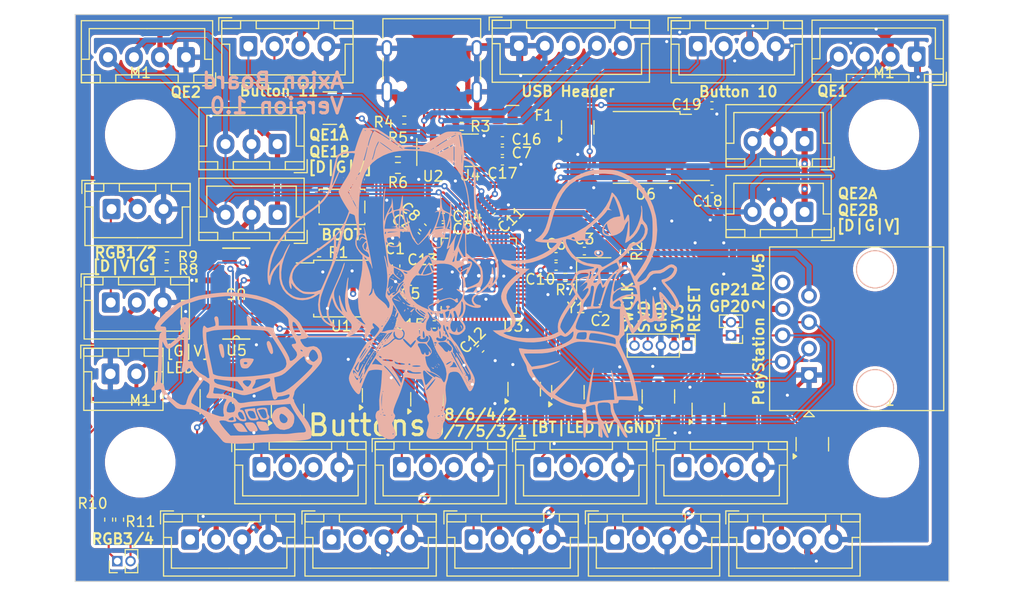
<source format=kicad_pcb>
(kicad_pcb (version 20241229) (generator "pcbnew") (generator_version "9.0")
  (layers (0 "F.Cu" signal) (2 "B.Cu" signal) (13 "F.Paste" user) (15 "B.Paste" user) (5 "F.SilkS" user "F.Silkscreen") (7 "B.SilkS" user "B.Silkscreen") (1 "F.Mask" user) (3 "B.Mask" user) (25 "Edge.Cuts" user))
  (net 0 "")
  (net 1 "+3V3")
  (net 2 "GND")
  (net 3 "XTAL_IN")
  (net 4 "/XTAL_O")
  (net 5 "+1V1")
  (net 6 "+5V")
  (net 7 "VBUS")
  (net 8 "/CC1")
  (net 9 "D_USB_P")
  (net 10 "D_USB_N")
  (net 12 "/CC2")
  (net 14 "~{RESET}")
  (net 15 "SWD")
  (net 16 "SWCLK")
  (net 17 "/BT1")
  (net 18 "/BT0")
  (net 19 "/BT3")
  (net 20 "/BT2")
  (net 21 "/BT5")
  (net 22 "/BT4")
  (net 23 "/BT7")
  (net 24 "/BT6")
  (net 25 "/BT9")
  (net 26 "/BT8")
  (net 27 "/~{USB_BOOT}")
  (net 28 "CS")
  (net 29 "D_P")
  (net 30 "/D_+")
  (net 31 "D_N")
  (net 32 "/D_-")
  (net 33 "XTAL_OUT")
  (net 34 "SD1")
  (net 35 "SD2")
  (net 36 "SD0")
  (net 37 "QSPI_CLK")
  (net 38 "SD3")
  (net 39 "/BT10")
  (net 40 "/RGB2")
  (net 41 "/RGB1")
  (net 42 "/LED1")
  (net 43 "/LED0")
  (net 44 "/LED3")
  (net 45 "/LED2")
  (net 46 "/LED5")
  (net 47 "/LED4")
  (net 48 "/LED7")
  (net 49 "/LED6")
  (net 50 "/LED9")
  (net 51 "/LED8")
  (net 52 "/LED10")
  (net 53 "/RGBIn2")
  (net 54 "/RGBIn1")
  (net 55 "/PS2_9V")
  (net 56 "/PS2CLK")
  (net 57 "/RGB4")
  (net 58 "/RGB3")
  (net 59 "/PS2COMM")
  (net 61 "Net-(BTN0-Pin_2)")
  (net 62 "Net-(BTN1-Pin_2)")
  (net 63 "Net-(BTN2-Pin_2)")
  (net 64 "Net-(BTN3-Pin_2)")
  (net 65 "Net-(BTN4-Pin_2)")
  (net 66 "Net-(BTN5-Pin_2)")
  (net 67 "Net-(BTN6-Pin_2)")
  (net 68 "Net-(BTN7-Pin_2)")
  (net 69 "Net-(BTN8-Pin_2)")
  (net 70 "Net-(BTN9-Pin_2)")
  (net 71 "Net-(BTN10-Pin_2)")
  (net 72 "/QE1A")
  (net 73 "/QE1B")
  (net 74 "Net-(U5-4Y)")
  (net 75 "Net-(U5-3Y)")
  (net 76 "Net-(U5-2Y)")
  (net 77 "Net-(U5-1Y)")
  (net 78 "/GP21")
  (net 79 "/GP20")
  (footprint "Connector_PinHeader_1.27mm:PinHeader_1x02_P1.27mm_Vertical" (layer "F.Cu") (at 163 83.1 180)
    (property "Reference" "J6" (hide yes))
    (property "Value" "GPIO")
  )
  (footprint "Resistor_SMD:R_0402_1005Metric" (layer "F.Cu") (at 152.75 75.03 90)
    (property "Reference" "R2")
    (property "Value" "1k")
  )
  (footprint "Package_TO_SOT_SMD:SOT-23" (layer "F.Cu") (at 143.1175 88.2625 90)
    (property "Reference" "Q2" (hide yes))
    (property "Value" "BSS138")
  )
  (footprint "Connector_PinHeader_1.27mm:PinHeader_1x05_P1.27mm_Vertical" (layer "F.Cu") (at 158.8 84.075 -90)
    (property "Reference" "J2" (hide yes))
    (property "Value" "SWD")
  )
  (footprint "Connector_JST:JST_XH_B4B-XH-A_1x04_P2.50mm_Vertical" (layer "F.Cu") (at 151.85 102.725)
    (property "Reference" "BTN2" (hide yes))
    (property "Value" "BUTTON2")
  )
  (footprint "Connector_JST:JST_XH_B4B-XH-A_1x04_P2.50mm_Vertical" (layer "F.Cu") (at 117.85 95.775)
    (property "Reference" "BTN7" (hide yes))
    (property "Value" "BUTTON7")
  )
  (footprint "Connector_JST:JST_XH_B4B-XH-A_1x04_P2.50mm_Vertical" (layer "F.Cu") (at 165.35 102.725)
    (property "Reference" "BTN0" (hide yes))
    (property "Value" "BUTTON8")
  )
  (footprint "Connector_JST:JST_XH_B4B-XH-A_1x04_P2.50mm_Vertical" (layer "F.Cu") (at 111 102.725)
    (property "Reference" "BTN8" (hide yes))
    (property "Value" "BUTTON8")
  )
  (footprint "Package_TO_SOT_SMD:SOT-23" (layer "F.Cu") (at 133.7675 89.2375 90)
    (property "Reference" "Q10" (hide yes))
    (property "Value" "BSS138")
  )
  (footprint "Capacitor_SMD:C_0402_1005Metric" (layer "F.Cu") (at 138.910589 84.389411 -135)
    (property "Reference" "C12")
    (property "Value" "100nF")
  )
  (footprint "Package_TO_SOT_SMD:SOT-23" (layer "F.Cu") (at 124.43 61.25 180)
    (property "Reference" "Q7" (hide yes))
    (property "Value" "BSS138")
  )
  (footprint "Resistor_SMD:R_0402_1005Metric" (layer "F.Cu") (at 103.1675 100.81 90)
    (property "Reference" "R10")
    (property "Value" "330")
  )
  (footprint "Capacitor_SMD:C_0402_1005Metric" (layer "F.Cu") (at 133.360589 72.710589 135)
    (property "Reference" "C8")
    (property "Value" "1uF")
  )
  (footprint "Package_TO_SOT_SMD:SOT-23" (layer "F.Cu") (at 138.0625 65.3)
    (property "Reference" "U4" (hide yes))
    (property "Value" "XC6206PxxxMR-Regulator_Linear")
  )
  (footprint "Connector_JST:JST_XH_B4B-XH-A_1x04_P2.50mm_Vertical" (layer "F.Cu") (at 124.6 102.725)
    (property "Reference" "BTN6" (hide yes))
    (property "Value" "BUTTON6")
  )
  (footprint "Connector_JST:JST_XH_B3B-XH-A_1x03_P2.50mm_Vertical" (layer "F.Cu") (at 103.3675 79.937)
    (property "Reference" "J16" (hide yes))
    (property "Value" "RGB1")
  )
  (footprint "Resistor_SMD:R_0603_1608Metric" (layer "F.Cu") (at 130.975 67 180)
    (property "Reference" "R6")
    (property "Value" "27R")
  )
  (footprint "Package_TO_SOT_SMD:SOT-23" (layer "F.Cu") (at 160.8175 90.2625 90)
    (property "Reference" "Q8" (hide yes))
    (property "Value" "BSS138")
  )
  (footprint "Connector_JST:JST_XH_B5B-XH-A_1x05_P2.50mm_Vertical" (layer "F.Cu") (at 142.6 55.25)
    (property "Reference" "J19" (hide yes))
    (property "Value" "USB Header")
  )
  (footprint "Connector_JST:JST_XH_B4B-XH-A_1x04_P2.50mm_Vertical" (layer "F.Cu") (at 180.85 56.3 180)
    (property "Reference" "J17" (hide yes))
    (property "Value" "QE1")
  )
  (footprint "Package_SO:SOIC-8_5.23x5.23mm_P1.27mm" (layer "F.Cu") (at 125.6 78.595)
    (property "Reference" "U1" (hide yes))
    (property "Value" "W25Q128JVS")
  )
  (footprint "Fuse:Fuse_1206_3216Metric" (layer "F.Cu") (at 142 61.9)
    (property "Reference" "F1" (hide yes))
    (property "Value" "500mA")
  )
  (footprint "MountingHole:MountingHole_6.4mm_M6_ISO14580" (layer "F.Cu") (at 177.7 63.8)
    (property "Reference" "M1")
    (property "Value" "MountingHole_6.4mm_M6_ISO14580")
  )
  (footprint "Capacitor_SMD:C_0402_1005Metric" (layer "F.Cu") (at 132.739411 73.539411 135)
    (property "Reference" "C4")
    (property "Value" "1uF")
  )
  (footprint "Package_TO_SOT_SMD:SOT-23" (layer "F.Cu") (at 156.0175 88.9625 90)
    (property "Reference" "Q4" (hide yes))
    (property "Value" "BSS138")
  )
  (footprint "Footprints:RP2040-QFN-56" (layer "F.Cu") (at 138.75 77.3625 90)
    (property "Reference" "U3" (hide yes))
    (property "Value" "RP2040")
  )
  (footprint "Package_TO_SOT_SMD:SOT-23" (layer "F.Cu") (at 147.3175 88.5625 90)
    (property "Reference" "Q9" (hide yes))
    (property "Value" "BSS138")
  )
  (footprint "Capacitor_SMD:C_0402_1005Metric" (layer "F.Cu") (at 150.43 80.48)
    (property "Reference" "C2")
    (property "Value" "15pF")
  )
  (footprint "Capacitor_SMD:C_0402_1005Metric" (layer "F.Cu") (at 135.34 71.725 180)
    (property "Reference" "C14")
    (property "Value" "100nF")
  )
  (footprint "Connector_JST:JST_XH_B3B-XH-A_1x03_P2.50mm_Vertical" (layer "F.Cu") (at 103.4425 70.95)
    (property "Reference" "J15" (hide yes))
    (property "Value" "RGB2")
  )
  (footprint "Connector_JST:JST_XH_B3B-XH-A_1x03_P2.50mm_Vertical" (layer "F.Cu") (at 119.4 64.7 180)
    (property "Reference" "J21" (hide yes))
    (property "Value" "QE2A")
  )
  (footprint "Connector_JST:JST_XH_B4B-XH-A_1x04_P2.50mm_Vertical" (layer "F.Cu") (at 144.85 95.775)
    (property "Reference" "BTN3" (hide yes))
    (property "Value" "BUTTON3")
  )
  (footprint "Capacitor_SMD:C_0402_1005Metric" (layer "F.Cu") (at 146.18 76.47)
    (property "Reference" "C10")
    (property "Value" "100nF")
  )
  (footprint "Resistor_SMD:R_0603_1608Metric" (layer "F.Cu") (at 130.975 65.4 180)
    (property "Reference" "R5")
    (property "Value" "27R")
  )
  (footprint "Resistor_SMD:R_0402_1005Metric" (layer "F.Cu") (at 123.4 75.16 180)
    (property "Reference" "R1")
    (property "Value" "1k")
  )
  (footprint "Connector_JST:JST_XH_B4B-XH-A_1x04_P2.50mm_Vertical" (layer "F.Cu") (at 110.6 56.35 180)
    (property "Reference" "J18" (hide yes))
    (property "Value" "QE2")
  )
  (footprint "MountingHole:MountingHole_6.4mm_M6_ISO14580" (layer "F.Cu") (at 177.7 95.3)
    (property "Reference" "M1")
    (property "Value" "MountingHole_6.4mm_M6_ISO14580")
  )
  (footprint "Capacitor_SMD:C_0402_1005Metric" (layer "F.Cu") (at 134.47 82.05 180)
    (property "Reference" "C15")
    (property "Value" "100nF")
  )
  (footprint "Connector_JST:JST_XH_B3B-XH-A_1x03_P2.50mm_Vertical" (layer "F.Cu") (at 119.4 71.5 180)
    (property "Reference" "J14" (hide yes))
    (property "Value" "QE2B")
  )
  (footprint "Capacitor_SMD:C_0402_1005Metric" (layer "F.Cu") (at 132.92 76.9 180)
    (property "Reference" "C13")
    (property "Value" "100nF")
  )
  (footprint "Resistor_SMD:R_0402_1005Metric" (layer "F.Cu") (at 137.11 63)
    (property "Reference" "R3")
    (property "Value" "5k1")
  )
  (footprint "Package_TO_SOT_SMD:SOT-23" (layer "F.Cu") (at 148.2675 63.1 90)
    (property "Reference" "Q6" (hide yes))
    (property "Value" "BSS138")
  )
  (footprint "Capacitor_SMD:C_0402_1005Metric" (layer "F.Cu") (at 141.02 66.35 180)
    (property "Reference" "C17")
    (property "Value" "1uF")
  )
  (footprint "Capacitor_SMD:C_0402_1005Metric" (layer "F.Cu") (at 141.02 64.35 180)
    (property "Reference" "C16")
    (property "Value" "1uF")
  )
  (footprint "Connector_JST:JST_XH_B4B-XH-A_1x04_P2.50mm_Vertical" (layer "F.Cu") (at 159.8 55.3)
    (property "Reference" "BTN9" (hide yes))
    (property "Value" "BUTTON10")
  )
  (footprint "Package_TO_SOT_SMD:SOT-23" (layer "F.Cu") (at 129.1175 88.8625 90)
    (property "Reference" "Q1" (hide yes))
    (property "Value" "BSS138")
  )
  (footprint "Package_TO_SOT_SMD:SOT-23-6" (layer "F.Cu") (at 134.35 64.9625 90)
    (property "Reference" "U2" (hide yes))
    (property "Value" "USBLC6-2SC6")
  )
  (footprint "Resistor_SMD:R_0402_1005Metric" (layer "F.Cu") (at 147.07 77.52 180)
    (property "Reference" "R7")
    (property "Value" "1k")
  )
  (footprint "Capacitor_SMD:C_0402_1005Metric" (layer "F.Cu") (at 132.17 77.925 180)
    (property "Reference" "C5")
    (property "Value" "100nF")
  )
  (footprint "Capacitor_SMD:C_0402_1005Metric" (layer "F.Cu") (at 161.18 69.015)
    (property "Reference" "C18")
    (property "Value" "330nF")
  )
  (footprint "Connector_JST:JST_XH_B4B-XH-A_1x04_P2.50mm_Vertical" (layer "F.Cu") (at 131.35 95.775)
    (property "Reference" "BTN5" (hide yes))
    (property "Value" "BUTTON5")
  )
  (footprint "Package_TO_SOT_SMD:SOT-23" (layer "F.Cu") (at 113.5175 88.9625 90)
    (property "Reference" "Q3" (hide yes))
    (property "Value" "BSS138")
  )
  (footprint "Connector_JST:JST_XH_B3B-XH-A_1x03_P2.50mm_Vertical" (layer "F.Cu") (at 170.075 71.225 180)
    (property "Reference" "J3" (hide yes))
    (property "Value" "QE1A")
  )
  (footprint "Capacitor_SMD:C_0402_1005Metric" (layer "F.Cu") (at 140.489411 71.660589 45)
    (property "Reference" "C11")
    (property "Value" "100nF")
  )
  (footprint "Package_TO_SOT_SMD:SOT-23" (layer "F.Cu") (at 170.8175 93.5625 90)
    (property "Reference" "Q5" (hide yes))
    (property "Value" "BSS138")
  )
  (footprint "Capacitor_SMD:C_0402_1005Metric" (layer "F.Cu") (at 161.165 60.99)
    (property "Reference" "C19" (hide yes))
    (property "Value" "100nF")
  )
  (footprint "Connector_PinHeader_1.27mm:PinHeader_1x02_P1.27mm_Vertical" (layer "F.Cu") (at 103.9975 104.8 90)
    (property "Reference" "J7" (hide yes))
    (property "Value" "GPIO")
  )
  (footprint "Connector_JST:JST_XH_B2B-XH-A_1x02_P2.50mm_Vertical" (layer "F.Cu") (at 103.3315 86.795)
    (property "Reference" "LED")
    (property "Value" "LED")
  )
  (footprint "Resistor_SMD:R_0402_1005Metric" (layer "F.Cu") (at 104.2175 100.81 90)
    (property "Reference" "R11")
    (property "Value" "330")
  )
  (footprint "Capacitor_SMD:C_0402_1005Metric" (layer "F.Cu") (at 135.34 72.7 180)
    (property "Reference" "C9")
    (property "Value" "100nF")
  )
  (footprint "Connector_RJ:RJ45_OST_PJ012-8P8CX_Vertical" (layer "F.Cu") (at 170.5 86.905 90)
    (property "Reference" "J20" (hide yes))
    (property "Value" "PS2 Header")
  )
  (footprint "Resistor_SMD:R_0402_1005Metric" (layer "F.Cu") (at 108.7325 76.508)
    (property "Reference" "R8")
    (property "Value" "330")
  )
  (footprint "Button_Switch_SMD:SW_SPST_PTS810" (layer "F.Cu") (at 125.595 70.745)
    (property "Reference" "SW1" (hide yes))
    (property "Value" "SW_Push")
  )
  (footprint "Connector_JST:JST_XH_B4B-XH-A_1x04_P2.50mm_Vertical" (layer "F.Cu") (at 158.35 95.775)
    (property "Reference" "BTN1" (hide yes))
    (property "Value" "BUTTON1")
  )
  (footprint "Crystal:Crystal_SMD_3225-4Pin_3.2x2.5mm" (layer "F.Cu") (at 149.8 77.63 -90)
    (property "Reference" "Y1" (hide yes))
    (property "Value" "12MHz")
  )
  (footprint "Connector_USB:USB_C_Receptacle_HRO_TYPE-C-31-M-12" (layer "F.Cu") (at 134.23 56.55 180)
    (property "Reference" "J1" (hide yes))
    (property "Value" "USB_C_Receptacle_USB2.0" (hide yes))
  )
  (footprint "Capacitor_SMD:C_0402_1005Metric" (layer "F.Cu") (at 141.02 65.35)
    (property "Reference" "C7")
    (property "Value" "10uF")
  )
  (footprint "Capacitor_SMD:C_0402_1005Metric" (layer "F.Cu") (at 130.8 76.43 90)
    (property "Reference" "C1")
    (property "Value" "100nF")
  )
  (footprint "Resistor_SMD:R_0402_1005Metric" (layer "F.Cu") (at 131.59 62.4 180)
    (property "Reference" "R4")
    (property "Value" "5k1")
  )
  (footprint "Package_TO_SOT_SMD:SOT-23" (layer "F.Cu") (at 120.3675 90.3625 90)
    (property "Reference" "Q11" (hide yes))
    (property "Value" "BSS138")
  )
  (footprint "Capacitor_SMD:C_0402_1005Metric" (layer "F.Cu") (at 146.18 75.5)
    (property "Reference" "C6")
    (property "Value" "100nF")
  )
  (footprint "SN74HCT125N:SN74HCT125DR" (layer "F.Cu") (at 115.4362 79.08 180)
    (property "Reference" "U5")
    (property "Value" "SN74HCT125DR")
  )
  (footprint "MountingHole:MountingHole_6.4mm_M6_ISO14580" (layer "F.Cu") (at 106.2 63.8)
    (property "Reference" "M1")
    (property "Value" "MountingHole_6.4mm_M6_ISO14580")
  )
  (footprint "Capacitor_SMD:C_0402_1005Metric" (layer "F.Cu") (at 148.9 74.99)
    (property "Reference" "C3")
    (property "Value" "15pF")
  )
  (footprint "MountingHole:MountingHole_6.4mm_M6_ISO14580" (layer "F.Cu") (at 106.2 95.3)
    (property "Reference" "M1")
    (property "Value" "MountingHole_6.4mm_M6_ISO14580")
  )
  (footprint "Connector_JST:JST_XH_B3B-XH-A_1x03_P2.50mm_Vertical" (layer "F.Cu") (at 170.075 64.425 180)
    (property "Reference" "J4" (hide yes))
    (property "Value" "QE1B")
  )
  (footprint "Resistor_SMD:R_0402_1005Metric" (layer "F.Cu") (at 108.7725 75.45)
    (property "Reference" "R9")
    (property "Value" "330")
  )
  (footprint "Package_TO_SOT_SMD:TO-252-2" (layer "F.Cu") (at 154.785 65.025 180)
    (property "Reference" "U6")
    (property "Value" "78M05_TO252-3")
  )
  (footprint "Connector_JST:JST_XH_B4B-XH-A_1x04_P2.50mm_Vertical" (layer "F.Cu") (at 116.6 55.3)
    (property "Reference" "BTN10" (hide yes))
    (property "Value" "BUTTON9")
  )
  (footprint "Connector_JST:JST_XH_B4B-XH-A_1x04_P2.50mm_Vertical" (layer "F.Cu") (at 138.25 102.725)
    (property "Reference" "BTN4" (hide yes))
    (property "Value" "BUTTON4")
  )
  (footprint "LOGO" (layer "B.Cu") (at 150.06566 79.388377 180)
    (property "Reference" "G***" (hide yes))
    (property "Value" "LOGO" (hide yes))
  )
  (footprint "LOGO" (layer "B.Cu") (at 129.5675 78.125 180)
    (property "Reference" "G***" (hide yes))
    (property "Value" "LOGO" (hide yes))
  )
  (footprint "LOGO" (layer "B.Cu") (at 115.8675 86.3 180)
    (property "Reference" "G***" (hide yes))
    (property "Value" "LOGO" (hide yes))
  )
  (gr_line (start 99.95 106.75) (end 183.95 106.75) (stroke (width 0.1)) (layer "Edge.Cuts"))
  (gr_line (start 99.95 106.75) (end 99.95 52.25) (stroke (width 0.1)) (layer "Edge.Cuts"))
  (gr_line (start 183.95 52.25) (end 183.95 106.75) (stroke (width 0.1)) (layer "Edge.Cuts"))
  (gr_line (start 183.95 52.25) (end 99.95 52.25) (stroke (width 0.1)) (layer "Edge.Cuts"))
  (gr_text "BOOT" (at 123.5 74 0) (layer "F.SilkS") (effects (font (size 1 1) (thickness 0.2) (bold yes)) (justify left bottom)))
  (gr_text "[D|G|V]" (at 122.25 67.5 0) (layer "F.SilkS") (effects (font (size 1 1) (thickness 0.2) (bold yes)) (justify left bottom)))
  (gr_text "SWCLK\nSWD\nGND\n3V3\nRESET" (at 160.075 82.965 90) (layer "F.SilkS") (effects (font (size 1 1) (thickness 0.2) (bold yes)) (justify left bottom)))
  (gr_text "USB Header" (at 142.725 60.225 0) (layer "F.SilkS") (effects (font (size 1 1) (thickness 0.2) (bold yes)) (justify left bottom)))
  (gr_text "[BT|LED|V|GND]" (at 143.65 92.525 0) (layer "F.SilkS") (effects (font (size 1 1) (thickness 0.2) (bold yes)) (justify left bottom)))
  (gr_text "[G|V]\n" (at 110.775533 84.607061 0) (layer "F.SilkS") (effects (font (size 1 1))))
  (gr_text "Y1" (at 148.125 80.45 0) (layer "F.SilkS") (effects (font (size 1 1))))
  (gr_text "RGB1/2" (at 101.6925 75.746 0) (layer "F.SilkS") (effects (font (size 1 1) (thickness 0.2) (bold yes)) (justify left bottom)))
  (gr_text "PlayStation 2 RJ45" (at 166.25 89.95 90) (layer "F.SilkS") (effects (font (size 1 1) (thickness 0.2) (bold yes)) (justify left bottom)))
  (gr_text "QE2A\nQE2B" (at 173.15 71.65 0) (layer "F.SilkS") (effects (font (size 1 1) (thickness 0.2) (bold yes)) (justify left bottom)))
  (gr_text "QE1A\nQE1B" (at 122.325 66.025 0) (layer "F.SilkS") (effects (font (size 1 1) (thickness 0.2) (bold yes)) (justify left bottom)))
  (gr_text "U5" (at 115.45 84.55 0) (layer "F.SilkS") (effects (font (size 1 1))))
  (gr_text "Button 10" (at 159.8 60.25 0) (layer "F.SilkS") (effects (font (size 1 1) (thickness 0.2) (bold yes)) (justify left bottom)))
  (gr_text "C19" (at 158.725 60.9 0) (layer "F.SilkS") (effects (font (size 1 1))))
  (gr_text "[D|G|V]" (at 173.075 73.125 0) (layer "F.SilkS") (effects (font (size 1 1) (thickness 0.2) (bold yes)) (justify left bottom)))
  (gr_text "U2" (at 134.35 67.8 0) (layer "F.SilkS") (effects (font (size 1 1))))
  (gr_text "U4" (at 137.9 67.7 0) (layer "F.SilkS") (effects (font (size 1 1))))
  (gr_text "QE2" (at 109 60.3 0) (layer "F.SilkS") (effects (font (size 1 1) (thickness 0.2) (bold yes)) (justify left bottom)))
  (gr_text "8/6/4/2\n9/7/5/3/1" (at 138.925 92.9 0) (layer "F.SilkS") (effects (font (size 1 1) (thickness 0.2) (bold yes)) (justify bottom)))
  (gr_text "RGB3/4" (at 101.4175 103.25 0) (layer "F.SilkS") (effects (font (size 1 1) (thickness 0.2) (bold yes)) (justify left bottom)))
  (gr_text "QE1" (at 171.175 60.2 0) (layer "F.SilkS") (effects (font (size 1 1) (thickness 0.2) (bold yes)) (justify left bottom)))
  (gr_text "[D|V|G]" (at 101.5135 77.016 0) (layer "F.SilkS") (effects (font (size 1 1) (thickness 0.2) (bold yes)) (justify left bottom)))
  (gr_text "U1" (at 125.525 82.2 0) (layer "F.SilkS") (effects (font (size 1 1))))
  (gr_text "Button 11" (at 115.65 60.175 0) (layer "F.SilkS") (effects (font (size 1 1) (thickness 0.2) (bold yes)) (justify left bottom)))
  (gr_text "F1" (at 145 61.95 0) (layer "F.SilkS") (effects (font (size 1 1))))
  (gr_text "Buttons" (at 122.15 92.9 0) (layer "F.SilkS") (effects (font (size 2 2) (thickness 0.3) (bold yes)) (justify left bottom)))
  (gr_text "U3" (at 142.05 82.225 0) (layer "F.SilkS") (effects (font (size 1 1))))
  (gr_text "GP21\nGP20" (at 160.8 80.9 0) (layer "F.SilkS") (effects (font (size 1 1) (thickness 0.2) (bold yes)) (justify left bottom)))
  (gr_text "Axion Board\nVersion 1.0" (at 125.9675 61.9 0) (layer "B.SilkS") (effects (font (size 1.5 1.5) (thickness 0.3) (bold yes)) (justify left bottom mirror)))
  (segment (start 152.75 75.54) (end 154.62 75.54) (width 0.5) (layer "F.Cu") (net 1))
  (segment (start 135.3125 74.7625) (end 134.7875 74.7625) (width 0.2) (layer "F.Cu") (net 1))
  (segment (start 136.79614 79.62) (end 136.15 80.26614) (width 0.2) (layer "F.Cu") (net 1))
  (segment (start 139.8 67.125) (end 139.8 67.09) (width 0.5) (layer "F.Cu") (net 1))
  (segment (start 135.975 73.75) (end 134.7175 73.75) (width 0.2) (layer "F.Cu") (net 1))
  (segment (start 134.7875 74.7625) (end 133.890589 73.865589) (width 0.2) (layer "F.Cu") (net 1))
  (segment (start 135.955 67.125) (end 135.08 68) (width 0.5) (layer "F.Cu") (net 1))
  (segment (start 141 77.4) (end 141 77.4) (width 0.2) (layer "F.Cu") (net 1))
  (segment (start 152.75 75.54) (end 152.75 76.56) (width 0.5) (layer "F.Cu") (net 1))
  (segment (start 139.8 67.09) (end 140.54 66.35) (width 0.5) (layer "F.Cu") (net 1))
  (segment (start 139.42943 74.77943) (end 139.75 74.45886) (width 0.2) (layer "F.Cu") (net 1))
  (segment (start 144.38 77.16) (end 144.67 76.87) (width 0.2) (layer "F.Cu") (net 1))
  (segment (start 136.15 80.26614) (end 136.15 80.8) (width 0.2) (layer "F.Cu") (net 1))
  (segment (start 135.3125 77.1625) (end 134.1375 77.1625) (width 0.2) (layer "F.Cu") (net 1))
  (segment (start 144.71 76.87) (end 144.71 76.83) (width 0.2) (layer "F.Cu") (net 1))
  (segment (start 136.15 73.925) (end 135.975 73.75) (width 0.2) (layer "F.Cu") (net 1))
  (segment (start 135.82 72.7) (end 135.82 71.725) (width 0.5) (layer "F.Cu") (net 1))
  (segment (start 135.9375 74.7625) (end 136.15 74.975) (width 0.2) (layer "F.Cu") (net 1))
  (segment (start 144.06 77.1625) (end 144.0625 77.16) (width 0.2) (layer "F.Cu") (net 1))
  (segment (start 141.15 77.25) (end 141.15 77.4) (width 0.2) (layer "F.Cu") (net 1))
  (segment (start 135.3125 75.1625) (end 134.6125 75.1625) (width 0.2) (layer "F.Cu") (net 1))
  (segment (start 133.890589 73.240589) (end 133.7 73.05) (width 0.2) (layer "F.Cu") (net 1))
  (segment (start 139.23386 74.975) (end 139.42943 74.77943) (width 0.2) (layer "F.Cu") (net 1))
  (segment (start 130.58 76.69) (end 130.8 76.91) (width 0.5) (layer "F.Cu") (net 1))
  (segment (start 144.0625 77.16) (end 144.38 77.16) (width 0.2) (layer "F.Cu") (net 1))
  (segment (start 135.08 68) (end 134.53 68) (width 0.5) (layer "F.Cu") (net 1))
  (segment (start 133.875 76.9) (end 133.9 76.925) (width 0.2) (layer "F.Cu") (net 1))
  (segment (start 135.9625 76.7625) (end 136.2 77) (width 0.2) (layer "F.Cu") (net 1))
  (segment (start 139.75 80.8) (end 139.75 83.55) (width 0.2) (layer "F.Cu") (net 1))
  (segment (start 133.89 68.64) (end 133.89 72.55) (width 0.5) (layer "F.Cu") (net 1))
  (segment (start 139.689999 66.25) (end 137.125 66.25) (width 0.5) (layer "F.Cu") (net 1))
  (segment (start 154.62 75.54) (end 157.53 78.45) (width 0.5) (layer "F.Cu") (net 1))
  (segment (start 133.890589 73.75) (end 133.890589 73.240589) (width 0.2) (layer "F.Cu") (net 1))
  (segment (start 133.89 72.55) (end 133.89 72.86) (width 0.5) (layer "F.Cu") (net 1))
  (segment (start 139.75 80.15) (end 139.75 80.8) (width 0.2) (layer "F.Cu") (net 1))
  (segment (start 136.15 74.975) (end 136.15 73.925) (width 0.2) (layer "F.Cu") (net 1))
  (segment (start 144.71 76.83) (end 145.07 76.47) (width 0.2) (layer "F.Cu") (net 1))
  (segment (start 139.75 74.45886) (end 139.75 73.925) (width 0.2) (layer "F.Cu") (net 1))
  (segment (start 139.75 73.925) (end 139.75 72.4) (width 0.2) (layer "F.Cu") (net 1))
  (segment (start 134.53 68) (end 133.89 68.64) (width 0.5) (layer "F.Cu") (net 1))
  (segment (start 145.07 76.47) (end 145.7 76.47) (width 0.2) (layer "F.Cu") (net 1))
  (segment (start 142.1875 77.1625) (end 141.2375 77.1625) (width 0.2) (layer "F.Cu") (net 1))
  (segment (start 134.6125 75.1625) (end 133.890589 74.440589) (width 0.2) (layer "F.Cu") (net 1))
  (segment (start 131.42 76.29) (end 132.79 76.29) (width 0.2) (layer "F.Cu") (net 1))
  (segment (start 126.6675 78.422501) (end 126.6675 79.1) (width 0.5) (layer "F.Cu") (net 1))
  (segment (start 136.15 80.8) (end 136.15 81.6) (width 0.2) (layer "F.Cu") (net 1))
  (segment (start 133.890589 72.550589) (end 133.89 72.55) (width 0.381) (layer "F.Cu") (net 1))
  (segment (start 134.1375 77.1625) (end 133.9 76.925) (width 0.2) (layer "F.Cu") (net 1))
  (segment (start 129.2 76.69) (end 130.58 76.69) (width 0.5) (layer "F.Cu") (net 1))
  (segment (start 141.2375 77.1625) (end 141.15 77.25) (width 0.2) (layer "F.Cu") (net 1))
  (segment (start 135.3125 76.7625) (end 134.0625 76.7625) (width 0.2) (layer "F.Cu") (net 1))
  (segment (start 140.56 65.379999) (end 139.689999 66.25) (width 0.5) (layer "F.Cu") (net 1))
  (segment (start 139.44 79.62) (end 136.79614 79.62) (width 0.2) (layer "F.Cu") (net 1))
  (segment (start 157.53 78.45) (end 157.53 84.075) (width 0.5) (layer "F.Cu") (net 1))
  (segment (start 136.2 77) (end 136.1 76.9) (width 0.2) (layer "F.Cu") (net 1))
  (segment (start 134.6175 73.85) (end 134.5175 73.75) (width 0.2) (layer "F.Cu") (net 1))
  (segment (start 141.15 77.4) (end 141 77.4) (width 0.2) (layer "F.Cu") (net 1))
  (segment (start 135.7 82.05) (end 134.95 82.05) (width 0.2) (layer "F.Cu") (net 1))
  (segment (start 139.75 83.55) (end 139.25 84.05) (width 0.2) (layer "F.Cu") (net 1))
  (segment (start 135.9625 75.1625) (end 136.15 74.975) (width 0.2) (layer "F.Cu") (net 1))
  (segment (start 139.75 72.4) (end 140.15 72) (width 0.2) (layer "F.Cu") (net 1))
  (segment (start 136.15 73.03) (end 135.82 72.7) (width 0.2) (layer "F.Cu") (net 1))
  (segment (start 136.15 73.925) (end 136.15 73.03) (width 0.2) (layer "F.Cu") (net 1))
  (segment (start 136.15 81.6) (end 135.7 82.05) (width 0.2) (layer "F.Cu") (net 1))
  (segment (start 133.4 76.9) (end 133.875 76.9) (width 0.2) (layer "F.Cu") (net 1))
  (segment (start 136.15 74.975) (end 139.23386 74.975) (width 0.2) (layer "F.Cu") (net 1))
  (segment (start 133.89 72.86) (end 133.7 73.05) (width 0.5) (layer "F.Cu") (net 1))
  (segment (start 140.54 66.35) (end 140.54 65.35) (width 0.5) (layer "F.Cu") (net 1))
  (segment (start 139.8 67.125) (end 135.955 67.125) (width 0.5) (layer "F.Cu") (net 1))
  (segment (start 133.890589 74.440589) (end 133.890589 73.865589) (width 0.2) (layer "F.Cu") (net 1))
  (segment (start 135.3125 75.1625) (end 135.9625 75.1625) (width 0.2) (layer "F.Cu") (net 1))
  (segment (start 134.7175 73.75) (end 134.6175 73.85) (width 0.2) (layer "F.Cu") (net 1))
  (segment (start 128.400001 76.69) (end 126.6675 78.422501) (width 0.5) (layer "F.Cu") (net 1))
  (segment (start 152.75 76.56) (end 152.8 76.61) (width 0.5) (layer "F.Cu") (net 1))
  (segment (start 134.0625 76.7625) (end 133.9 76.925) (width 0.2) (layer "F.Cu") (net 1))
  (segment (start 135.3125 74.7625) (end 135.9375 74.7625) (width 0.2) (layer "F.Cu") (net 1))
  (segment (start 139.44 79.62) (end 139.75 80.15) (width 0.2) (layer "F.Cu") (net 1))
  (segment (start 133.890589 73.865589) (end 133.890589 73.75) (width 0.2) (layer "F.Cu") (net 1))
  (segment (start 144.67 76.87) (end 144.71 76.87) (width 0.2) (layer "F.Cu") (net 1))
  (segment (start 142.1875 77.1625) (end 144.06 77.1625) (width 0.2) (layer "F.Cu") (net 1))
  (segment (start 132.79 76.29) (end 133.4 76.9) (width 0.2) (layer "F.Cu") (net 1))
  (segment (start 130.8 76.91) (end 131.42 76.29) (width 0.2) (layer "F.Cu") (net 1))
  (segment (start 139.4 79.8) (end 139.44 79.62) (width 0.2) (layer "F.Cu") (net 1))
  (segment (start 129.2 76.69) (end 128.400001 76.69) (width 0.5) (layer "F.Cu") (net 1))
  (segment (start 135.3125 76.7625) (end 135.9625 76.7625) (width 0.2) (layer "F.Cu") (net 1))
  (via (at 126.6675 79.1) (size 0.6) (drill 0.3) (layers "F.Cu" "B.Cu") (net 1))
  (via (at 139.44 79.62) (size 0.6) (drill 0.3) (layers "F.Cu" "B.Cu") (net 1))
  (via (at 144.71 76.87) (size 0.6) (drill 0.3) (layers "F.Cu" "B.Cu") (net 1))
  (via (at 136.2 77) (size 0.6) (drill 0.3) (layers "F.Cu" "B.Cu") (net 1))
  (via (at 152.8 76.61) (size 0.6) (drill 0.3) (layers "F.Cu" "B.Cu") (net 1))
  (via (at 141.15 77.4) (size 0.6) (drill 0.3) (layers "F.Cu" "B.Cu") (net 1))
  (via (at 134.6175 73.85) (size 0.6) (drill 0.3) (layers "F.Cu" "B.Cu") (net 1))
  (segment (start 144.71 76.87) (end 145.27 77.43) (width 0.5) (layer "B.Cu") (net 1))
  (segment (start 152.8 76.61) (end 152.82 76.61) (width 0.2) (layer "B.Cu") (net 1))
  (segment (start 152.8 76.63) (end 152.8 76.61) (width 0.2) (layer "B.Cu") (net 1))
  (segment (start 151.98 77.43) (end 152.8 76.61) (width 0.5) (layer "B.Cu") (net 1))
  (segment (start 145.27 77.43) (end 151.98 77.43) (width 0.5) (layer "B.Cu") (net 1))
  (segment (start 152.82 76.61) (end 152.8 76.63) (width 0.2) (layer "B.Cu") (net 1))
  (segment (start 164.965 61.815) (end 161.635 61.815) (width 0.6) (layer "F.Cu") (net 2))
  (segment (start 130.0675 87.4325) (end 130.33375 87.16625) (width 0.5) (layer "F.Cu") (net 2))
  (segment (start 148.99 80.48) (end 148.66 80.15) (width 0.2) (layer "F.Cu") (net 2))
  (segment (start 116.25 74.9) (end 115.9 74.55) (width 0.5) (layer "F.Cu") (net 2))
  (segment (start 150.25 75.07) (end 150.33 75.07) (width 0.5) (layer "F.Cu") (net 2))
  (segment (start 171.7675 97.4675) (end 171.7675 94.5) (width 0.635) (layer "F.Cu") (net 2))
  (segment (start 134.86 72.7) (end 134.86 71.725) (width 0.5) (layer "F.Cu") (net 2))
  (segment (start 138.395 59.68) (end 137.48 60.595) (width 0.5) (layer "F.Cu") (net 2))
  (segment (start 181 56.45) (end 180.85 56.3) (width 0.5) (layer "F.Cu") (net 2))
  (segment (start 144.05 88.7) (end 144.0625 88.7125) (width 0.5) (layer "F.Cu") (net 2))
  (segment (start 138.85 95.775) (end 138.85 93.3175) (width 0.5) (layer "F.Cu") (net 2))
  (segment (start 150.2175 75.15) (end 150.25 75.07) (width 0.5) (layer "F.Cu") (net 2))
  (segment (start 130.33375 87.16625) (end 131.45 86.05) (width 0.5) (layer "F.Cu") (net 2))
  (segment (start 116.9 68.1) (end 116.9 66.7) (width 0.5) (layer "F.Cu") (net 2))
  (segment (start 116.62 75.27) (end 115.9 74.55) (width 0.5) (layer "F.Cu") (net 2))
  (segment (start 132.3 64.3) (end 132.3 64.1) (width 0.5) (layer "F.Cu") (net 2))
  (segment (start 111.1675 77.8) (end 112.9624 77.8) (width 0.2) (layer "F.Cu") (net 2))
  (segment (start 165.85 94.2825) (end 164.6675 93.1) (width 0.5) (layer "F.Cu") (net 2))
  (segment (start 141.22 59.68) (end 142.775 58.125) (width 0.5) (layer "F.Cu") (net 2))
  (segment (start 126.5675 76.8825) (end 126.5675 76.9) (width 0.254) (layer "F.Cu") (net 2))
  (segment (start 130.065 59.68) (end 130.98 60.595) (width 0.5) (layer "F.Cu") (net 2))
  (segment (start 133.021178 72.578822) (end 132.4 73.2) (width 0.5) (layer "F.Cu") (net 2))
  (segment (start 114.4675 89.9) (end 114.4675 91.2) (width 0.381) (layer "F.Cu") (net 2))
  (segment (start 130.98 62.3) (end 131.08 62.4) (width 0.5) (layer "F.Cu") (net 2))
  (segment (start 115.0675 75.95) (end 115.0675 75.3825) (width 0.2) (layer "F.Cu") (net 2))
  (segment (start 141.6 70.55) (end 140.828822 71.321178) (width 0.5) (layer "F.Cu") (net 2))
  (segment (start 138.8675 92.9) (end 138.2675 92.3) (width 0.5) (layer "F.Cu") (net 2))
  (segment (start 147.33 75.5) (end 147.84 74.99) (width 0.5) (layer "F.Cu") (net 2))
  (segment (start 167.575 69.4) (end 167.575 70.2) (width 0.6) (layer "F.Cu") (net 2))
  (segment (start 126.55 76.9) (end 125.575 77.875) (width 0.254) (layer "F.Cu") (net 2))
  (segment (start 115.7175 92.45) (end 117.125 92.45) (width 0.381) (layer "F.Cu") (net 2))
  (segment (start 167.575 70.2) (end 167.575 70.0075) (width 0.6) (layer "F.Cu") (net 2))
  (segment (start 137.9675 55.5) (end 138.55 55.5) (width 0.5) (layer "F.Cu") (net 2))
  (segment (start 126.5675 76.9) (end 126.55 76.9) (width 0.254) (layer "F.Cu") (net 2))
  (segment (start 117.3675 84) (end 117.4175 83.95) (width 0.381) (layer "F.Cu") (net 2))
  (segment (start 156.26 85.2925) (end 156.26 84.075) (width 0.5) (layer "F.Cu") (net 2))
  (segment (start 131.69 77.05) (end 131.84 76.9) (width 0.5) (layer "F.Cu") (net 2))
  (segment (start 130.0675 89.8) (end 130.0675 87.4325) (width 0.5) (layer "F.Cu") (net 2))
  (segment (start 165.85 94.3) (end 165.85 94.2825) (width 0.5) (layer "F.Cu") (net 2))
  (segment (start 112.9724 81.62) (end 111.3875 81.62) (width 0.381) (layer "F.Cu") (net 2))
  (segment (start 111.3875 81.62) (end 110.5675 80.8) (width 0.381) (layer "F.Cu") (net 2))
  (segment (start 137.33375 85.96625) (end 138.571178 84.728822) (width 0.5) (layer "F.Cu") (net 2))
  (segment (start 131.45 86.05) (end 137.25 86.05) (width 0.5) (layer "F.Cu") (net 2))
  (segment (start 150.33 75.03) (end 150.39 75.09) (width 0.5) (layer "F.Cu") (net 2))
  (segment (start 168.4175 88.85) (end 168.3675 88.85) (width 0.381) (layer "F.Cu") (net 2))
  (segment (start 123.52 69.67) (end 127.67 69.67) (width 0.5) (layer "F.Cu") (net 2))
  (segment (start 131.69 77.925) (end 131.69 77.05) (width 0.5) (layer "F.Cu") (net 2))
  (segment (start 148.69 78.49) (end 148.7 78.48) (width 0.5) (layer "F.Cu") (net 2))
  (segment (start 117.9 79.08) (end 116.598971 79.08) (width 0.2) (layer "F.Cu") (net 2))
  (segment (start 115.5675 76.45) (end 115.0675 75.95) (width 0.2) (layer "F.Cu") (net 2))
  (segment (start 147.6 76.59) (end 147.62 76.59) (width 0.5) (layer "F.Cu") (net 2))
  (segment (start 167.575 64.425) (end 167.575 69.4) (width 0.6) (layer "F.Cu") (net 2))
  (segment (start 156.975 86.0075) (end 156.26 85.2925) (width 0.5) (layer "F.Cu") (net 2))
  (segment (start 139.25 63.85) (end 139.25 63.9) (width 0.5) (layer "F.Cu") (net 2))
  (segment (start 145.1 55.25) (end 145.1 55.775) (width 0.635) (layer "F.Cu") (net 2))
  (segment (start 138.8 55.25) (end 138.55 55.5) (width 0.5) (layer "F.Cu") (net 2))
  (segment (start 147.384314 80.15) (end 145.596814 78.3625) (width 0.2) (layer "F.Cu") (net 2))
  (segment (start 144.05 87.275) (end 144.05 88.7) (width 0.5) (layer "F.Cu") (net 2))
  (segment (start 115.9 74.55) (end 115.9 72.85) (width 0.5) (layer "F.Cu") (net 2))
  (segment (start 156.975 88.7) (end 156.975 86.0075) (width 0.5) (layer "F.Cu") (net 2))
  (segment (start 141.5 66.35) (end 142.5 66.35) (width 0.5) (layer "F.Cu") (net 2))
  (segment (start 167.575 70.0075) (end 166.6175 69.05) (width 0.6) (layer "F.Cu") (net 2))
  (segment (start 138.85 93.3175) (end 138.8675 93.3) (width 0.5) (layer "F.Cu") (net 2))
  (segment (start 148.38 89.93) (end 148.85 90.4) (width 0.381) (layer "F.Cu") (net 2))
  (segment (start 138.4 63) (end 139.25 63.85) (width 0.5) (layer "F.Cu") (net 2))
  (segment (start 168.8 55.3) (end 168.85 55.25) (width 0.5) (layer "F.Cu") (net 2))
  (segment (start 142.5 66.35) (end 142.8 66.65) (width 0.5) (layer "F.Cu") (net 2))
  (segment (start 133.802684 64.9875) (end 132.9875 64.9875) (width 0.5) (layer "F.Cu") (net 2))
  (segment (start 115.0675 75.3825) (end 115.9 74.55) (width 0.2) (layer "F.Cu") (net 2))
  (segment (start 124.2 80.5) (end 122 80.5) (width 0.254) (layer "F.Cu") (net 2))
  (segment (start 132.9875 64.9875) (end 132.3 64.3) (width 0.5) (layer "F.Cu") (net 2))
  (segment (start 129.91 59.68) (end 130.065 59.68) (width 0.5) (layer "F.Cu") (net 2))
  (segment (start 148.2675 64.9875) (end 149.2175 64.0375) (width 0.381) (layer "F.Cu") (net 2))
  (segment (start 167.575 64.425) (end 164.965 61.815) (width 0.6) (layer "F.Cu") (net 2))
  (segment (start 148.95 78.73) (end 148.95 78.51) (width 0.254) (layer "F.Cu") (net 2))
  (segment (start 148.38 89.6375) (end 148.38 89.93) (width 0.381) (layer "F.Cu") (net 2))
  (segment (start 149.95 80.48) (end 149 80.48) (width 0.5) (layer "F.Cu") (net 2))
  (segment (start 127.475 75.975) (end 126.5675 76.8825) (width 0.254) (layer "F.Cu") (net 2))
  (segment (start 144.0625 88.7125) (end 144.0625 89.6375) (width 0.5) (layer "F.Cu") (net 2))
  (segment (start 142.775 55.425) (end 142.6 55.25) (width 0.5) (layer "F.Cu") (net 2))
  (segment (start 166.5825 69.015) (end 161.66 69.015) (width 0.6) (layer "F.Cu") (net 2))
  (segment (start 137.695 60.38) (end 137.695 55.7725) (width 0.5) (layer "F.Cu") (net 2))
  (segment (start 138.2675 92.3) (end 135.6675 92.3) (width 0.5) (layer "F.Cu") (net 2))
  (segment (start 145.1 55.8) (end 142.775 58.125) (width 0.5) (layer "F.Cu") (net 2))
  (segment (start 133.99 81.41) (end 134.2 81.2) (width 0.5) (layer "F.Cu") (net 2))
  (segment (start 103.3315 86.795) (end 103.3315 84.973) (width 0.381) (layer "F.Cu") (net 2))
  (segment (start 168.555 88.85) (end 168.4175 88.85) (width 0.381) (layer "F.Cu") (net 2))
  (segment (start 132.4 73.2) (end 131.0175 73.2) (width 0.6) (layer "F.Cu") (net 2))
  (segment (start 147.62 76.59) (end 147.62 76.61) (width 0.5) (layer "F.Cu") (net 2))
  (segment (start 156.9875 88.7125) (end 156.975 88.7) (width 0.5) (layer "F.Cu") (net 2))
  (segment (start 137.61 63.09) (end 137.61 64.21) (width 0.5) (layer "F.Cu") (net 2))
  (segment (start 134.35 66.1) (end 134.35 65.534816) (width 0.5) (layer "F.Cu") (net 2))
  (segment (start 134.7175 91.35) (end 134.7175 90.175) (width 0.5) (layer "F.Cu") (net 2))
  (segment (start 146.66 76.47) (end 146.66 75.5) (width 0.5) (layer "F.Cu") (net 2))
  (segment (start 150.65 76.53) (end 150.65 75.35) (width 0.5) (layer "F.Cu") (net 2))
  (segment (start 130.98 60.595) (end 130.98 62.3) (width 0.5) (layer "F.Cu") (net 2))
  (segment (start 131.69 77.925) (end 130.75 77.925) (width 0.5) (layer "F.Cu") (net 2))
  (segment (start 161.7675 92.2) (end 161.7675 91.2) (width 0.5) (layer "F.Cu") (net 2))
  (segment (start 148.66 80.15) (end 147.384314 80.15) (width 0.2) (layer "F.Cu") (net 2))
  (segment (start 138.55 59.68) (end 138.395 59.68) (width 0.5) (layer "F.Cu") (net 2))
  (segment (start 167.575 70.2) (end 167.575 71.225) (width 0.6) (layer "F.Cu") (net 2))
  (segment (start 138.55 59.68) (end 141.22 59.68) (width 0.5) (layer "F.Cu") (net 2))
  (segment (start 141.529411 70.620589) (end 141.6 70.55) (width 0.5) (layer "F.Cu") (net 2))
  (segment (start 149 80.48) (end 148.99 80.48) (width 0.2) (layer "F.Cu") (net 2))
  (segment (start 117.9 83.4675) (end 117.3675 84) (width 0.381) (layer "F.Cu") (net 2))
  (segment (start 148.95 78.51) (end 150.65 76.81) (width 0.254) (layer "F.Cu") (net 2))
  (segment (start 150.37 75.07) (end 150.41 75.07) (width 0.5) (layer "F.Cu") (net 2))
  (segment (start 138.75 77.3625) (end 139.75 78.3625) (width 0.2) (layer "F.Cu") (net 2))
  (segment (start 145.1 55.25) (end 145.1 55.8) (width 0.5) (layer "F.Cu") (net 2))
  (segment (start 145.596814 78.3625) (end 142.1875 78.3625) (width 0.2) (layer "F.Cu") (net 2))
  (segment (start 181 58.25) (end 181 56.45) (width 0.5) (layer "F.Cu") (net 2))
  (segment (start 129.91 55.5) (end 129.91 59.68) (width 0.5) (layer "F.Cu") (net 2))
  (segment (start 150.41 75.07) (end 150.2175 75.15) (width 0.5) (layer "F.Cu") (net 2))
  (segment (start 137.25 86.05) (end 137.33375 85.96625) (width 0.5) (layer "F.Cu") (net 2))
  (segment (start 134.35 65.534816) (end 133.802684 64.9875) (width 0.5) (layer "F.Cu") (net 2))
  (segment (start 170.5 86.905) (end 168.555 88.85) (width 0.381) (layer "F.Cu") (net 2))
  (segment (start 139.25 63.9) (end 139.3 63.9) (width 0.5) (layer "F.Cu") (net 2))
  (segment (start 139.3 63.9) (end 139.25 63.85) (width 0.5) (layer "F.Cu") (net 2))
  (segment (start 148.2675 65.7) (end 148.2675 64.9875) (width 0.381) (layer "F.Cu") (net 2))
  (segment (start 148.42 74.99) (end 147.84 74.99) (width 0.5) (layer "F.Cu") (net 2))
  (segment (start 133.99 82.05) (end 133.99 81.41) (width 0.5) (layer "F.Cu") (net 2))
  (segment (start 161.66 61.79) (end 161.66 61.005) (width 0.5) (layer "F.Cu") (net 2))
  (segment (start 147.62 76.61) (end 147.6 76.59) (width 0.5) (layer "F.Cu") (net 2))
  (segment (start 141.52 66.34) (end 141.51 66.35) (width 0.5) (layer "F.Cu") (net 2))
  (segment (start 142.775 58.125) (end 142.775 55.425) (width 0.5) (layer "F.Cu") (net 2))
  (segment (start 145.1 55.25) (end 142.6 55.25) (width 0.5) (layer "F.Cu") (net 2))
  (segment (start 131.0175 73.2) (end 130.4675 73.75) (width 0.6) (layer "F.Cu") (net 2))
  (segment (start 116.9 71.85) (end 116.9 71.5) (width 0.5) (layer "F.Cu") (net 2))
  (segment (start 138.8675 93.3) (end 138.8675 92.9) (width 0.5) (layer "F.Cu") (net 2))
  (segment (start 146.66 76.47) (end 147.48 76.47) (width 0.5) (layer "F.Cu") (net 2))
  (segment (start 156.9875 89.6375) (end 156.9875 88.7125) (width 0.5) (layer "F.Cu") (net 2))
  (segment (start 150.65 75.35) (end 150.37 75.07) (width 0.5) (layer "F.Cu") (net 2))
  (segment (start 147.48 76.47) (end 147.6 76.59) (width 0.5) (layer "F.Cu") (net 2))
  (segment (start 115.9 72.85) (end 116.9 71.85) (width 0.5) (layer "F.Cu") (net 2))
  (segment (start 146.66 75.5) (end 147.33 75.5) (width 0.5) (layer "F.Cu") (net 2))
  (segment (start 116.9 66.7) (end 116.9 64.7) (width 0.5) (layer "F.Cu") (net 2))
  (segment (start 162.6675 93.1) (end 161.7675 92.2) (width 0.5) (layer "F.Cu") (net 2))
  (segment (start 116.9 71.5) (end 116.9 70.1) (width 0.5) (layer "F.Cu") (net 2))
  (segment (start 125.575 79.125) (end 124.2 80.5) (width 0.254) (layer "F.Cu") (net 2))
  (segment (start 150.65 76.81) (end 150.65 76.53) (width 0.254) (layer "F.Cu") (net 2))
  (segment (start 112.9624 77.8) (end 112.9724 77.81) (width 0.2) (layer "F.Cu") (net 2))
  (segment (start 131.84 76.9) (end 132.44 76.9) (width 0.5) (layer "F.Cu") (net 2))
  (segment (start 130.8 75.95) (end 127.5 75.95) (width 0.254) (layer "F.Cu") (net 2))
  (segment (start 133.021178 72.371178) (end 133.021178 72.578822) (width 0.5) (layer "F.Cu") (net 2))
  (segment (start 137.695 55.7725) (end 137.9675 55.5) (width 0.5) (layer "F.Cu") (net 2))
  (segment (start 150.33 75.07) (end 150.33 75.03) (width 0.5) (layer "F.Cu") (net 2))
  (segment (start 116.9 70.1) (end 116.9 68.1) (width 0.5) (layer "F.Cu") (net 2))
  (segment (start 166.6175 69.05) (end 166.5825 69.015) (width 0.6) (layer "F.Cu") (net 2))
  (segment (start 134.2 81.2) (end 134.4 81.2) (width 0.5) (layer "F.Cu") (net 2))
  (segment (start 141.5 64.35) (end 141.5 66.35) (width 0.5) (layer "F.Cu") (net 2))
  (segment (start 138.55 55.5) (end 138.55 59.68) (width 0.5) (layer "F.Cu") (net 2))
  (segment (start 115.5675 78.048529) (end 115.5675 76.45) (width 0.2) (layer "F.Cu") (net 2))
  (segment (start 116.598971 79.08) (end 115.5675 78.048529) (width 0.2) (layer "F.Cu") (net 2))
  (segment (start 134.86 71.725) (end 134.86 70.94) (width 0.5) (layer "F.Cu") (net 2))
  (segment (start 117.9 75.27) (end 116.62 75.27) (width 0.5) (layer "F.Cu") (net 2))
  (segment (start 103.3315 84.973) (end 108.3675 79.937) (width 0.381) (layer "F.Cu") (net 2))
  (segment (start 114.4675 91.2) (end 115.7175 92.45) (width 0.381) (layer "F.Cu") (net 2))
  (segment (start 164.6675 93.1) (end 162.6675 93.1) (width 0.5) (layer "F.Cu") (net 2))
  (segment (start 139.75 78.3625) (end 142.1875 78.3625) (width 0.2) (layer "F.Cu") (net 2))
  (segment (start 137.62 63) (end 138.4 63) (width 0.5) (layer "F.Cu") (net 2))
  (segment (start 165.85 94.3) (end 165.85 95.775) (width 0.5) (layer "F.Cu") (net 2))
  (segment (start 135.6675 92.3) (end 134.7175 91.35) (width 0.5) (layer "F.Cu") (net 2))
  (segment (start 167.575 55.575) (end 167.3 55.3) (width 0.5) (layer "F.Cu") (net 2))
  (segment (start 172.85 102.725) (end 172.85 98.55) (width 0.635) (layer "F.Cu") (net 2))
  (segment (start 137.48 60.595) (end 137.695 60.38) (width 0.5) (layer "F.Cu") (net 2))
  (segment (start 172.85 98.55) (end 171.7675 97.4675) (width 0.635) (layer "F.Cu") (net 2))
  (segment (start 117.9 82.89) (end 117.9 83.4675) (width 0.381) (layer "F.Cu") (net 2))
  (segment (start 142.6 55.25) (end 138.8 55.25) (width 0.5) (layer "F.Cu") (net 2))
  (segment (start 167.3 55.3) (end 168.8 55.3) (width 0.5) (layer "F.Cu") (net 2))
  (segment (start 125.575 77.875) (end 125.575 79.125) (width 0.254) (layer "F.Cu") (net 2))
  (via (at 161 72) (size 0.6) (drill 0.3) (layers "F.Cu" "B.Cu") (net 2))
  (via (at 130.33375 87.16625) (size 0.6) (drill 0.3) (layers "F.Cu" "B.Cu") (net 2))
  (via (at 148.2675 65.7) (size 0.6) (drill 0.3) (layers "F.Cu" "B.Cu") (net 2))
  (via (at 148.85 90.4) (size 0.6) (drill 0.3) (layers "F.Cu" "B.Cu") (net 2))
  (via (at 181 58.25) (size 0.6) (drill 0.3) (layers "F.Cu" "B.Cu") (net 2))
  (via (at 155.65 78.6) (size 0.6) (drill 0.3) (layers "F.Cu" "B.Cu") (net 2))
  (via (at 130.75 77.925) (size 0.6) (drill 0.3) (layers "F.Cu" "B.Cu") (net 2))
  (via (at 141.6 70.55) (size 0.6) (drill 0.3) (layers "F.Cu" "B.Cu") (net 2))
  (via (at 117.15 88.925) (size 0.6) (drill 0.3) (layers "F.Cu" "B.Cu") (net 2))
  (via (at 161.635 61.815) (size 0.6) (drill 0.3) (layers "F.Cu" "B.Cu") (net 2))
  (via (at 134.4 81.2) (size 0.6) (drill 0.3) (layers "F.Cu" "B.Cu") (net 2))
  (via (at 143.65 73) (size 0.6) (drill 0.3) (layers "F.Cu" "B.Cu") (net 2))
  (via (at 134.86 70.94) (size 0.6) (drill 0.3) (layers "F.Cu" "B.Cu") (net 2))
  (via (at 126.5675 76.9) (size 0.6) (drill 0.3) (layers "F.Cu" "B.Cu") (net 2))
  (via (at 157.2 68.9) (size 0.6) (drill 0.3) (layers "F.Cu" "B.Cu") (net 2))
  (via (at 168.85 55.25) (size 0.6) (drill 0.3) (layers "F.Cu" "B.Cu") (net 2))
  (via (at 168.4175 88.85) (size 0.6) (drill 0.3) (layers "F.Cu" "B.Cu") (net 2))
  (via (at 132.3 64.1) (size 0.6) (drill 0.3) (layers "F.Cu" "B.Cu") (net 2))
  (via (at 124.2 80.5) (size 0.6) (drill 0.3) (layers "F.Cu" "B.Cu") (net 2))
  (via (at 117.3675 84) (size 0.6) (drill 0.3) (layers "F.Cu" "B.Cu") (net 2))
  (via (at 159.55 74.2) (size 0.6) (drill 0.3) (layers "F.Cu" "B.Cu") (net 2))
  (via (at 136.5 68.25) (size 0.6) (drill 0.3) (layers "F.Cu" "B.Cu") (net 2))
  (via (at 159.025 92.45) (size 0.6) (drill 0.3) (layers "F.Cu" "B.Cu") (net 2))
  (via (at 163.35 56.7) (size 0.6) (drill 0.3) (layers "F.Cu" "B.Cu") (net 2))
  (via (at 139.25 63.9) (size 0.6) (drill 0.3) (layers "F.Cu" "B.Cu") (net 2))
  (via (at 110.5675 80.8) (size 0.6) (drill 0.3) (layers "F.Cu" "B.Cu") (net 2))
  (via (at 162.3 74.2) (size 0.6) (drill 0.3) (layers "F.Cu" "B.Cu") (net 2))
  (via (at 122.3 85.3) (size 0.6) (drill 0.3) (layers "F.Cu" "B.Cu") (net 2))
  (via (at 140.325 85.525) (size 0.6) (drill 0.3) (layers "F.Cu" "B.Cu") (net 2))
  (via (at 159.05 88.075) (size 0.6) (drill 0.3) (layers "F.Cu" "B.Cu") (net 2))
  (via (at 150.2175 75.15) (size 0.6) (drill 0.3) (layers "F.Cu" "B.Cu") (net 2))
  (via (at 129.9 70.1) (size 0.6) (drill 0.3) (layers "F.Cu" "B.Cu") (net 2))
  (via (at 140.3 89.65) (size 0.6) (drill 0.3) (layers "F.Cu" "B.Cu") (net 2))
  (via (at 142.775 58.125) (size 0.6) (drill 0.3) (layers "F.Cu" "B.Cu") (net 2))
  (via (at 152.3 86.125) (size 0.6) (drill 0.3) (layers "F.Cu" "B.Cu") (net 2))
  (via (at 157.3 72.1) (size 0.6) (drill 0.3) (layers "F.Cu" "B.Cu") (net 2))
  (via (at 142.025 85.9) (size 0.6) (drill 0.3) (layers "F.Cu" "B.Cu") (net 2))
  (via (at 112.25 100.5) (size 0.6) (drill 0.3) (layers "F.Cu" "B.Cu") (net 2))
  (via (at 138.125 87.8) (size 0.6) (drill 0.3) (layers "F.Cu" "B.Cu") (net 2))
  (via (at 142.8 66.65) (size 0.6) (drill 0.3) (layers "F.Cu" "B.Cu") (net 2))
  (via (at 132.975 68.1) (size 0.6) (drill 0.3) (layers "F.Cu" "B.Cu") (net 2))
  (via (at 145.4 79.175) (size 0.6) (drill 0.3) (layers "F.Cu" "B.Cu") (net 2))
  (via (at 162.3 77.2) (size 0.6) (drill 0.3) (layers "F.Cu" "B.Cu") (net 2))
  (via (at 143.4175 82.6) (size 0.6) (drill 0.3) (layers "F.Cu" "B.Cu") (net 2))
  (via (at 149.8 68.9) (size 0.6) (drill 0.3) (layers "F.Cu" "B.Cu") (net 2))
  (via (at 130.4675 73.75) (size 0.6) (drill 0.3) (layers "F.Cu" "B.Cu") (net 2))
  (via (at 144.05 87.275) (size 0.6) (drill 0.3) (layers "F.Cu" "B.Cu") (net 2))
  (via (at 126.2 85.4) (size 0.6) (drill 0.3) (layers "F.Cu" "B.Cu") (net 2))
  (via (at 113 62) (size 0.6) (drill 0.3) (layers "F.Cu" "B.Cu") (net 2))
  (via (at 174.5 55) (size 0.6) (drill 0.3) (layers "F.Cu" "B.Cu") (net 2))
  (via (at 149 80.48) (size 0.6) (drill 0.3) (layers "F.Cu" "B.Cu") (net 2))
  (via (at 111.1675 77.8) (size 0.6) (drill 0.3) (layers "F.Cu" "B.Cu") (net 2))
  (via (at 117.125 92.45) (size 0.6) (drill 0.3) (layers "F.Cu" "B.Cu") (net 2))
  (via (at 166.6175 69.05) (size 0.6) (drill 0.3) (layers "F.Cu" "B.Cu") (net 2))
  (via (at 157.625 92.475) (size 0.6) (drill 0.3) (layers "F.Cu" "B.Cu") (net 2))
  (via (at 111.975 87.275) (size 0.6) (drill 0.3) (layers "F.Cu" "B.Cu") (net 2))
  (via (at 156.8175 54.85) (size 0.6) (drill 0.3) (layers "F.Cu" "B.Cu") (net 2))
  (via (at 123.75 77) (size 0.6) (drill 0.3) (layers "F.Cu" "B.Cu") (net 2))
  (via (at 155.475 86.075) (size 0.6) (drill 0.3) (layers "F.Cu" "B.Cu") (net 2))
  (via (at 137.33375 85.96625) (size 0.6) (drill 0.3) (layers "F.Cu" "B.Cu") (net 2))
  (via (at 147.62 76.59) (size 0.6) (drill 0.3) (layers "F.Cu" "B.Cu") (net 2))
  (via (at 146 93.5) (size 0.6) (drill 0.3) (layers "F.Cu" "B.Cu") (net 2))
  (via (at 147.3 78.6) (size 0.6) (drill 0.3) (layers "F.Cu" "B.Cu") (net 2))
  (segment (start 137.475 78.6375) (end 138.75 77.3625) (width 0.635) (layer "B.Cu") (net 2))
  (segment (start 140.025 78.6375) (end 137.475 78.6375) (width 0.635) (layer "B.Cu") (net 2))
  (segment (start 138.75 76.0875) (end 137.475 77.3625) (width 0.635) (layer "B.Cu") (net 2))
  (segment (start 138.75 78.6375) (end 140.025 77.3625) (width 0.635) (layer "B.Cu") (net 2))
  (segment (start 140.025 78.6375) (end 137.475 76.0875) (width 0.635) (layer "B.Cu") (net 2))
  (segment (start 138.75 78.6375) (end 138.75 76.0875) (width 0.635) (layer "B.Cu") (net 2))
  (segment (start 137.475 77.3625) (end 138.75 78.6375) (width 0.635) (layer "B.Cu") (net 2))
  (segment (start 140.025 78.6375) (end 140.025 76.0875) (width 0.635) (layer "B.Cu") (net 2))
  (segment (start 140.025 76.0875) (end 138.75 77.3625) (width 0.635) (layer "B.Cu") (net 2))
  (segment (start 138.75 76.0875) (end 140.025 77.3625) (width 0.635) (layer "B.Cu") (net 2))
  (segment (start 137.475 77.3625) (end 140.025 77.3625) (width 0.635) (layer "B.Cu") (net 2))
  (segment (start 140.025 76.0875) (end 137.475 76.0875) (width 0.635) (layer "B.Cu") (net 2))
  (segment (start 137.475 76.0875) (end 137.475 78.6375) (width 0.635) (layer "B.Cu") (net 2))
  (segment (start 150.65 78.83) (end 149.75 79.73) (width 0.2) (layer "F.Cu") (net 3))
  (segment (start 150.91 78.99) (end 150.65 78.73) (width 0.5) (layer "F.Cu") (net 3))
  (segment (start 145.7625 77.9625) (end 147.4 79.6) (width 0.2) (layer "F.Cu") (net 3))
  (segment (start 150.91 80.48) (end 150.91 78.99) (width 0.5) (layer "F.Cu") (net 3))
  (segment (start 149.75 79.73) (end 147.53 79.73) (width 0.2) (layer "F.Cu") (net 3))
  (segment (start 142.1875 77.9625) (end 145.7625 77.9625) (width 0.2) (layer "F.Cu") (net 3))
  (segment (start 150.65 78.73) (end 150.65 78.83) (width 0.2) (layer "F.Cu") (net 3))
  (segment (start 147.53 79.73) (end 147.4 79.6) (width 0.2) (layer "F.Cu") (net 3))
  (segment (start 150.63 78.48) (end 150.9 78.48) (width 0.254) (layer "F.Cu") (net 3))
  (segment (start 148.95 76.53) (end 149.38 76.1) (width 0.5) (layer "F.Cu") (net 4))
  (segment (start 148.7 76.78) (end 148.93 76.78) (width 0.254) (layer "F.Cu") (net 4))
  (segment (start 149.01 76.295) (end 148.76 76.295) (width 0.254) (layer "F.Cu") (net 4))
  (segment (start 147.58 77.52) (end 147.96 77.52) (width 0.5) (layer "F.Cu") (net 4))
  (segment (start 149.38 76.1) (end 149.38 74.99) (width 0.5) (layer "F.Cu") (net 4))
  (segment (start 147.96 77.52) (end 148.95 76.53) (width 0.5) (layer "F.Cu") (net 4))
  (segment (start 134.446814 75.5625) (end 133.490589 74.606275) (width 0.2) (layer "F.Cu") (net 5))
  (segment (start 142.1875 76.7625) (end 143.894314 76.7625) (width 0.2) (layer "F.Cu") (net 5))
  (segment (start 133.1 77.925) (end 132.65 77.925) (width 0.2) (layer "F.Cu") (net 5))
  (segment (start 135.951471 77.6) (end 136.448529 77.6) (width 0.2) (layer "F.Cu") (net 5))
  (segment (start 140.393902 75.4625) (end 140.7 75.768598) (width 0.2) (layer "F.Cu") (net 5))
  (segment (start 136.5625 75.4625) (end 140.393902 75.4625) (width 0.2) (layer "F.Cu") (net 5))
  (segment (start 140.7 75.768598) (end 140.7 76.2) (width 0.2) (layer "F.Cu") (net 5))
  (segment (start 140.7 76.2) (end 141.2625 76.7625) (width 0.2) (layer "F.Cu") (net 5))
  (segment (start 133.490589 74.290589) (end 133.078822 73.878822) (width 0.2) (layer "F.Cu") (net 5))
  (segment (start 133.4625 77.5625) (end 133.1 77.925) (width 0.2) (layer "F.Cu") (net 5))
  (segment (start 136.4625 75.5625) (end 136.5625 75.4625) (width 0.2) (layer "F.Cu") (net 5))
  (segment (start 136.8 75.9) (end 136.4625 75.5625) (width 0.2) (layer "F.Cu") (net 5))
  (segment (start 136.8 77.248529) (end 136.8 75.9) (width 0.2) (layer "F.Cu") (net 5))
  (segment (start 135.3125 77.5625) (end 135.913971 77.5625) (width 0.2) (layer "F.Cu") (net 5))
  (segment (start 135.3125 77.5625) (end 133.4625 77.5625) (width 0.2) (layer "F.Cu") (net 5))
  (segment (start 135.913971 77.5625) (end 135.951471 77.6) (width 0.2) (layer "F.Cu") (net 5))
  (segment (start 143.894314 76.7625) (end 145.156814 75.5) (width 0.2) (layer "F.Cu") (net 5))
  (segment (start 145.156814 75.5) (end 145.7 75.5) (width 0.2) (layer "F.Cu") (net 5))
  (segment (start 133.490589 74.606275) (end 133.490589 74.290589) (width 0.2) (layer "F.Cu") (net 5))
  (segment (start 136.4625 75.5625) (end 135.3125 75.5625) (width 0.2) (layer "F.Cu") (net 5))
  (segment (start 135.3125 75.5625) (end 134.446814 75.5625) (width 0.2) (layer "F.Cu") (net 5))
  (segment (start 136.448529 77.6) (end 136.8 77.248529) (width 0.2) (layer "F.Cu") (net 5))
  (segment (start 141.2625 76.7625) (end 142.1875 76.7625) (width 0.2) (layer "F.Cu") (net 5))
  (segment (start 139.95 64.35) (end 140.54 64.35) (width 0.5) (layer "F.Cu") (net 6))
  (segment (start 152.6 55.25) (end 150.45 57.4) (width 0.381) (layer "F.Cu") (net 6))
  (segment (start 134.35 63.825) (end 134.35 64.487499) (width 0.5) (layer "F.Cu") (net 6))
  (segment (start 134.850001 64.9875) (end 135.7875 64.9875) (width 0.5) (layer "F.Cu") (net 6))
  (segment (start 143.885 60.25) (end 143.4 60.735) (width 0.381) (layer "F.Cu") (net 6))
  (segment (start 143.4 60.735) (end 143.4 61.9) (width 0.381) (layer "F.Cu") (net 6))
  (segment (start 141.115001 63.465) (end 142.815 63.465) (width 0.5) (layer "F.Cu") (net 6))
  (segment (start 143.4 62.88) (end 143.4 61.9) (width 0.5) (layer "F.Cu") (net 6))
  (segment (start 144.925 57.4) (end 143.885 58.44) (width 0.381) (layer "F.Cu") (net 6))
  (segment (start 134.35 64.487499) (end 134.850001 64.9875) (width 0.5) (layer "F.Cu") (net 6))
  (segment (start 160.685 60.99) (end 160.685 61.885) (width 0.5) (layer "F.Cu") (net 6))
  (segment (start 140.54 64.040001) (end 141.115001 63.465) (width 0.5) (layer "F.Cu") (net 6))
  (segment (start 150.45 57.4) (end 144.925 57.4) (width 0.381) (layer "F.Cu") (net 6))
  (segment (start 147.4125 59.8375) (end 145.35 61.9) (width 0.5) (layer "F.Cu") (net 6))
  (segment (start 143.885 58.44) (end 143.885 60.25) (width 0.381) (layer "F.Cu") (net 6))
  (segment (start 140.54 64.35) (end 140.54 64.040001) (width 0.5) (layer "F.Cu") (net 6))
  (segment (start 139 65.3) (end 139.95 64.35) (width 0.5) (layer "F.Cu") (net 6))
  (segment (start 160.685 61.885) (end 159.825 62.745) (width 0.5) (layer "F.Cu") (net 6))
  (segment (start 142.815 63.465) (end 143.4 62.88) (width 0.5) (layer "F.Cu") (net 6))
  (segment (start 145.35 61.9) (end 143.4 61.9) (width 0.5) (layer "F.Cu") (net 6))
  (segment (start 136.1 65.3) (end 139 65.3) (width 0.5) (layer "F.Cu") (net 6))
  (segment (start 159.5325 59.8375) (end 147.4125 59.8375) (width 0.5) (layer "F.Cu") (net 6))
  (segment (start 160.685 60.99) (end 159.5325 59.8375) (width 0.5) (layer "F.Cu") (net 6))
  (segment (start 135.7875 64.9875) (end 136.1 65.3) (width 0.5) (layer "F.Cu") (net 6))
  (segment (start 136.35 95.975) (end 136.35 95.775) (width 0.5) (layer "F.Cu") (net 7))
  (segment (start 170.35 103.95) (end 171.2 104.8) (width 0.635) (layer "F.Cu") (net 7))
  (segment (start 117.825 100.8) (end 118.5675 100.0575) (width 0.5) (layer "F.Cu") (net 7))
  (segment (start 132.65 58.85) (end 131.78 59.72) (width 0.5) (layer "F.Cu") (net 7))
  (segment (start 105.9425 70.95) (end 105.9425 70.725) (width 0.5) (layer "F.Cu") (net 7))
  (segment (start 104.3955 69.178) (end 103.5705 69.178) (width 0.5) (layer "F.Cu") (net 7))
  (segment (start 108.1 56.35) (end 108.1 54.0465) (width 0.5) (layer "F.Cu") (net 7))
  (segment (start 145.475 100.15) (end 149.85 95.775) (width 0.5) (layer "F.Cu") (net 7))
  (segment (start 170.075 69.015) (end 170.075 71.225) (width 0.6) (layer "F.Cu") (net 7))
  (segment (start 129.6 102.725) (end 131.7 100.625) (width 0.5) (layer "F.Cu") (net 7))
  (segment (start 171.2 104.8) (end 171.1 104.7) (width 0.5) (layer "F.Cu") (net 7))
  (segment (start 158.9 100.225) (end 158.9 100.2) (width 0.5) (layer "F.Cu") (net 7))
  (segment (start 143.25 102.375) (end 145.3 100.325) (width 0.5) (layer "F.Cu") (net 7))
  (segment (start 101.2595 89.208) (end 101.1325 89.081) (width 0.381) (layer "F.Cu") (net 7))
  (segment (start 119.4 68.05) (end 119.4 66.75) (width 0.5) (layer "F.Cu") (net 7))
  (segment (start 136.68 59.523173) (end 136.006827 58.85) (width 0.5) (layer "F.Cu") (net 7))
  (segment (start 145.3 100.3) (end 145.325 100.3) (width 0.5) (layer "F.Cu") (net 7))
  (segment (start 164.8 53.64) (end 165.1 53.34) (width 0.635) (layer "F.Cu") (net 7))
  (segment (start 116 102.625) (end 117.0675 101.5575) (width 0.5) (layer "F.Cu") (net 7))
  (segment (start 131.7 100.6) (end 131.725 100.6) (width 0.5) (layer "F.Cu") (net 7))
  (segment (start 178.35 56.3) (end 178.35 55.0465) (width 0.6) (layer "F.Cu") (net 7))
  (segment (start 117.0675 101.55) (end 117.075 101.55) (width 0.5) (layer "F.Cu") (net 7))
  (segment (start 133.5175 98.8) (end 133.525 98.8) (width 0.5) (layer "F.Cu") (net 7))
  (segment (start 131.725 100.6) (end 133.5175 98.8075) (width 0.5) (layer "F.Cu") (net 7))
  (segment (start 119.4 71.5) (end 119.4 70.2) (width 0.5) (layer "F.Cu") (net 7))
  (segment (start 143.25 102.725) (end 143.25 102.375) (width 0.5) (layer "F.Cu") (net 7))
  (segment (start 117.0675 101.5575) (end 117.0675 101.55) (width 0.5) (layer "F.Cu") (net 7))
  (segment (start 117.075 101.55) (end 117.8 100.825) (width 0.5) (layer "F.Cu") (net 7))
  (segment (start 156.85 102.725) (end 156.85 102.275) (width 0.5) (layer "F.Cu") (net 7))
  (segment (start 170.075 62.047145) (end 170.075 64.425) (width 0.6) (layer "F.Cu") (net 7))
  (segment (start 176.7 57.95) (end 174.172145 57.95) (width 0.6) (layer "F.Cu") (net 7))
  (segment (start 102.0175 84.1) (end 101.3175 84.1) (width 0.5) (layer "F.Cu") (net 7))
  (segment (start 174.172145 57.95) (end 170.075 62.047145) (width 0.6) (layer "F.Cu") (net 7))
  (segment (start 105.8315 86.795) (end 105.8315 88.192) (width 0.381) (layer "F.Cu") (net 7))
  (segment (start 130.0175 104.2) (end 130.0175 104.25) (width 0.5) (layer "F.Cu") (net 7))
  (segment (start 112.5675 60.9) (end 108.1 56.4325) (width 0.5) (layer "F.Cu") (net 7))
  (segment (start 121.6 54.15) (end 122.5 53.25) (width 0.635) (layer "F.Cu") (net 7))
  (segment (start 103.5705 69.178) (end 102.4175 68.025) (width 0.5) (layer "F.Cu") (net 7))
  (segment (start 105.8675 80.25) (end 102.0175 84.1) (width 0.5) (layer "F.Cu") (net 7))
  (segment (start 118.625 100) (end 122.85 95.775) (width 0.5) (layer "F.Cu") (net 7))
  (segment (start 145.3 100.325) (end 145.3 100.3) (width 0.5) (layer "F.Cu") (net 7))
  (segment (start 165.075 55.575) (end 164.8 55.3) (width 0.5) (layer "F.Cu") (net 7))
  (segment (start 109.7365 82.89) (end 105.8315 86.795) (width 0.381) (layer "F.Cu") (net 7))
  (segment (start 119.4 70.1) (end 119.4 68.05) (width 0.5) (layer "F.Cu") (net 7))
  (segment (start 170.075 66.602) (end 170.075 69.015) (width 0.6) (layer "F.Cu") (net 7))
  (segment (start 119.4 70.2) (end 119.4 70.1) (width 0.5) (layer "F.Cu") (net 7))
  (segment (start 129.9675 104.2) (end 130.0175 104.2) (width 0.5) (layer "F.Cu") (net 7))
  (segment (start 133.5175 98.8075) (end 133.5175 98.8) (width 0.5) (layer "F.Cu") (net 7))
  (segment (start 130.0175 104.25) (end 129.9175 104.15) (width 0.5) (layer "F.Cu") (net 7))
  (segment (start 158.9 100.2) (end 158.925 100.2) (width 0.5) (layer "F.Cu") (net 7))
  (segment (start 170.075 64.425) (end 170.075 66.602) (width 0.6) (layer "F.Cu") (net 7))
  (segment (start 116 102.725) (end 116 102.625) (width 0.5) (layer "F.Cu") (net 7))
  (segment (start 136.68 61.48) (end 137.1 61.9) (width 0.5) (layer "F.Cu") (net 7))
  (segment (start 170.35 102.725) (end 170.35 103.95) (width 0.635) (layer "F.Cu") (net 7))
  (segment (start 137.1 61.9) (end 140.6 61.9) (width 0.5) (layer "F.Cu") (net 7))
  (segment (start 108.1 54.0465) (end 108.8795 53.267) (width 0.5) (layer "F.Cu") (net 7))
  (segment (start 119.4 64.7) (end 115.6 60.9) (width 0.5) (layer "F.Cu") (net 7))
  (segment (start 112.9724 82.89) (end 109.7365 82.89) (width 0.381) (layer "F.Cu") (net 7))
  (segment (start 136.68 60.595) (end 136.68 61.48) (width 0.5) (layer "F.Cu") (net 7))
  (segment (start 115.6 60.9) (end 112.5675 60.9) (width 0.5) (layer "F.Cu") (net 7))
  (segment (start 129.6 102.725) (end 129.6 103.8325) (width 0.5) (layer "F.Cu") (net 7))
  (segment (start 158.925 100.2) (end 163.35 95.775) (width 0.5) (layer "F.Cu") (net 7))
  (segment (start 145.325 100.3) (end 145.4675 100.1575) (width 0.5) (layer "F.Cu") (net 7))
  (segment (start 133.525 98.8) (end 136.35 95.975) (width 0.5) (layer "F.Cu") (net 7))
  (segment (start 136.006827 58.85) (end 134.3 58.85) (width 0.5) (layer "F.Cu") (net 7))
  (segment (start 105.8315 88.192) (end 104.8155 89.208) (width 0.381) (layer "F.Cu") (net 7))
  (segment (start 131.7 100.625) (end 131.7 100.6) (width 0.5) (layer "F.Cu") (net 7))
  (segment (start 145.4675 100.1575) (end 145.4675 100.15) (width 0.5) (layer "F.Cu") (net 7))
  (segment (start 104.8155 89.208) (end 101.2595 89.208) (width 0.381) (layer "F.Cu") (net 7))
  (segment (start 164.8 55.3) (end 164.8 53.64) (width 0.635) (layer "F.Cu") (net 7))
  (segment (start 131.78 59.72) (end 131.78 60.595) (width 0.5) (layer "F.Cu") (net 7))
  (segment (start 134.3 58.85) (end 132.65 58.85) (width 0.5) (layer "F.Cu") (net 7))
  (segment (start 119.4 66.75) (end 119.4 64.7) (width 0.5) (layer "F.Cu") (net 7))
  (segment (start 145.4675 100.15) (end 145.475 100.15) (width 0.5) (layer "F.Cu") (net 7))
  (segment (start 156.85 102.275) (end 158.9 100.225) (width 0.5) (layer "F.Cu") (net 7))
  (segment (start 121.6 55.3) (end 121.6 54.15) (width 0.635) (layer "F.Cu") (net 7))
  (segment (start 108.1 56.4325) (end 108.1 56.35) (width 0.5) (layer "F.Cu") (net 7))
  (segment (start 105.9425 70.725) (end 104.3955 69.178) (width 0.5) (layer "F.Cu") (net 7))
  (segment (start 178.35 55.0465) (end 176.9515 53.648) (width 0.6) (layer "F.Cu") (net 7))
  (segment (start 102.4175 68.025) (end 101.1925 68.025) (width 0.5) (layer "F.Cu") (net 7))
  (segment (start 136.68 60.595) (end 136.68 59.523173) (width 0.5) (layer "F.Cu") (net 7))
  (segment (start 129.6 103.8325) (end 129.9675 104.2) (width 0.5) (layer "F.Cu") (net 7))
  (segment (start 178.35 56.3) (end 176.7 57.95) (width 0.6) (layer "F.Cu") (net 7))
  (via (at 133.5175 98.8) (size 0.6) (drill 0.3) (layers "F.Cu" "B.Cu") (net 7))
  (via (at 170.075 66.602) (size 0.6) (drill 0.3) (layers "F.Cu" "B.Cu") (net 7))
  (via (at 158.9 100.2) (size 0.6) (drill 0.3) (layers "F.Cu" "B.Cu") (net 7))
  (via (at 171.2 104.8) (size 0.6) (drill 0.3) (layers "F.Cu" "B.Cu") (net 7))
  (via (at 145.4675 100.15) (size 0.6) (drill 0.3) (layers "F.Cu" "B.Cu") (net 7))
  (via (at 130.0175 104.2) (size 0.6) (drill 0.3) (layers "F.Cu" "B.Cu") (net 7))
  (via (at 158.0675 53.95) (size 0.6) (drill 0.3) (layers "F.Cu" "B.Cu") (net 7))
  (via (at 176.9515 53.648) (size 0.6) (drill 0.3) (layers "F.Cu" "B.Cu") (net 7))
  (via (at 165.1 53.34) (size 0.6) (drill 0.3) (layers "F.Cu" "B.Cu") (net 7))
  (via (at 170.075 69.015) (size 0.6) (drill 0.3) (layers "F.Cu" "B.Cu") (net 7))
  (via (at 117.0675 101.55) (size 0.6) (drill 0.3) (layers "F.Cu" "B.Cu") (net 7))
  (segment (start 135.48 60.595) (end 135.48 61.88) (width 0.2) (layer "F.Cu") (net 8))
  (segment (start 135.48 61.88) (end 136.6 63) (width 0.2) (layer "F.Cu") (net 8))
  (segment (start 133.48 62.43) (end 133.48 61.5) (width 0.2) (layer "F.Cu") (net 9))
  (segment (start 133.5 62.45) (end 133.48 62.43) (width 0.2) (layer "F.Cu") (net 9))
  (segment (start 133.48 63.745) (end 133.48 62.47) (width 0.2) (layer "F.Cu") (net 9))
  (segment (start 133.4 63.825) (end 133.48 63.745) (width 0.2) (layer "F.Cu") (net 9))
  (segment (start 134.48 61.52) (end 134.48 60.595) (width 0.2) (layer "F.Cu") (net 9))
  (segment (start 133.48 61.5) (end 133.48 60.595) (width 0.2) (layer "F.Cu") (net 9))
  (segment (start 133.48 62.47) (end 133.5 62.45) (width 0.2) (layer "F.Cu") (net 9))
  (segment (start 134.3 61.7) (end 134.48 61.52) (width 0.2) (layer "F.Cu") (net 9))
  (segment (start 133.68 61.7) (end 134.3 61.7) (width 0.2) (layer "F.Cu") (net 9))
  (segment (start 133.48 61.5) (end 133.68 61.7) (width 0.2) (layer "F.Cu") (net 9))
  (via (at 133.5 62.45) (size 0.6) (drill 0.3) (layers "F.Cu" "B.Cu") (net 9))
  (segment (start 141.15 61.7) (end 134.25 61.7) (width 0.5) (layer "B.Cu") (net 9))
  (segment (start 147.6 55.25) (end 141.15 61.7) (width 0.5) (layer "B.Cu") (net 9))
  (segment (start 134.25 61.7) (end 133.5 62.45) (width 0.5) (layer "B.Cu") (net 9))
  (segment (start 135.3 62.6) (end 135.15 62.45) (width 0.2) (layer "F.Cu") (net 10))
  (segment (start 134.76 59.4) (end 134.98 59.62) (width 0.2) (layer "F.Cu") (net 10))
  (segment (start 135.15 62.45) (end 134.98 62.28) (width 0.2) (layer "F.Cu") (net 10))
  (segment (start 134.2 59.4) (end 134.76 59.4) (width 0.2) (layer "F.Cu") (net 10))
  (segment (start 133.98 59.62) (end 134.2 59.4) (width 0.2) (layer "F.Cu") (net 10))
  (segment (start 134.98 62.28) (end 134.98 60.595) (width 0.2) (layer "F.Cu") (net 10))
  (segment (start 133.98 60.595) (end 133.98 59.62) (width 0.2) (layer "F.Cu") (net 10))
  (segment (start 135.3 63.825) (end 135.3 62.6) (width 0.2) (layer "F.Cu") (net 10))
  (segment (start 134.98 59.62) (end 134.98 60.595) (width 0.2) (layer "F.Cu") (net 10))
  (via (at 135.15 62.45) (size 0.6) (drill 0.3) (layers "F.Cu" "B.Cu") (net 10))
  (segment (start 142.9 62.45) (end 135.15 62.45) (width 0.5) (layer "B.Cu") (net 10))
  (segment (start 150.1 55.25) (end 142.9 62.45) (width 0.5) (layer "B.Cu") (net 10))
  (segment (start 132.48 60.595) (end 132.48 62.02) (width 0.2) (layer "F.Cu") (net 12))
  (segment (start 132.48 62.02) (end 132.1 62.4) (width 0.2) (layer "F.Cu") (net 12))
  (segment (start 143.397257 75.5625) (end 145.379758 73.58) (width 0.2) (layer "F.Cu") (net 14))
  (segment (start 152.44 74.51) (end 152.85 74.51) (width 0.2) (layer "F.Cu") (net 14))
  (segment (start 158.8 78.49) (end 158.8 84.075) (width 0.5) (layer "F.Cu") (net 14))
  (segment (start 151.51 73.58) (end 152.44 74.51) (width 0.2) (layer "F.Cu") (net 14))
  (segment (start 142.1875 75.5625) (end 143.397257 75.5625) (width 0.2) (layer "F.Cu") (net 14))
  (segment (start 154.82 74.51) (end 158.8 78.49) (width 0.5) (layer "F.Cu") (net 14))
  (segment (start 145.379758 73.58) (end 151.51 73.58) (width 0.2) (layer "F.Cu") (net 14))
  (segment (start 152.85 74.51) (end 154.82 74.51) (width 0.5) (layer "F.Cu") (net 14))
  (segment (start 150.935686 73.98) (end 152.12 75.164314) (width 0.2) (layer "F.Cu") (net 15))
  (segment (start 152.12 77.83) (end 154.99 80.7) (width 0.2) (layer "F.Cu") (net 15))
  (segment (start 143.562943 75.9625) (end 145.545443 73.98) (width 0.2) (layer "F.Cu") (net 15))
  (segment (start 145.545443 73.98) (end 150.935686 73.98) (width 0.2) (layer "F.Cu") (net 15))
  (segment (start 142.1875 75.9625) (end 143.562943 75.9625) (width 0.2) (layer "F.Cu") (net 15))
  (segment (start 152.12 75.164314) (end 152.12 77.83) (width 0.2) (layer "F.Cu") (net 15))
  (segment (start 154.99 80.7) (end 154.99 84.075) (width 0.2) (layer "F.Cu") (net 15))
  (segment (start 150.77 74.38) (end 151.72 75.33) (width 0.2) (layer "F.Cu") (net 16))
  (segment (start 153.72 79.995) (end 153.72 84.075) (width 0.2) (layer "F.Cu") (net 16))
  (segment (start 151.72 75.33) (end 151.72 77.995) (width 0.2) (layer "F.Cu") (net 16))
  (segment (start 142.1875 76.3625) (end 143.728628 76.3625) (width 0.2) (layer "F.Cu") (net 16))
  (segment (start 145.711128 74.38) (end 150.77 74.38) (width 0.2) (layer "F.Cu") (net 16))
  (segment (start 151.72 77.995) (end 153.72 79.995) (width 0.2) (layer "F.Cu") (net 16))
  (segment (start 143.728628 76.3625) (end 145.711128 74.38) (width 0.2) (layer "F.Cu") (net 16))
  (segment (start 143.231571 75.1625) (end 145.214073 73.18) (width 0.2) (layer "F.Cu") (net 17))
  (segment (start 142.1875 75.1625) (end 143.231571 75.1625) (width 0.2) (layer "F.Cu") (net 17))
  (segment (start 159.8375 86.0875) (end 158.35 87.575) (width 0.2) (layer "F.Cu") (net 17))
  (segment (start 145.214073 73.18) (end 154.267818 73.18) (width 0.2) (layer "F.Cu") (net 17))
  (segment (start 158.35 87.575) (end 158.35 95.775) (width 0.2) (layer "F.Cu") (net 17))
  (segment (start 159.8375 78.749682) (end 159.8375 86.0875) (width 0.2) (layer "F.Cu") (net 17))
  (segment (start 154.267818 73.18) (end 159.8375 78.749682) (width 0.2) (layer "F.Cu") (net 17))
  (segment (start 165.6675 91.9175) (end 167.45 93.7) (width 0.2) (layer "F.Cu") (net 18))
  (segment (start 141.35 73.359728) (end 142.329728 72.38) (width 0.2) (layer "F.Cu") (net 18))
  (segment (start 167.45 97.9) (end 167.45 93.7) (width 0.2) (layer "F.Cu") (net 18))
  (segment (start 165.35 100) (end 167.45 97.9) (width 0.2) (layer "F.Cu") (net 18))
  (segment (start 142.329728 72.38) (end 154.599189 72.38) (width 0.2) (layer "F.Cu") (net 18))
  (segment (start 165.6675 88.4) (end 165.6675 91.9175) (width 0.2) (layer "F.Cu") (net 18))
  (segment (start 165.35 102.725) (end 165.35 100) (width 0.2) (layer "F.Cu") (net 18))
  (segment (start 164.1675 86.9) (end 165.6675 88.4) (width 0.2) (layer "F.Cu") (net 18))
  (segment (start 141.35 73.925) (end 141.35 73.359728) (width 0.2) (layer "F.Cu") (net 18))
  (segment (start 162.0675 86.9) (end 164.1675 86.9) (width 0.2) (layer "F.Cu") (net 18))
  (segment (start 160.675 78.45581) (end 160.675 85.5075) (width 0.2) (layer "F.Cu") (net 18))
  (segment (start 160.675 85.5075) (end 162.0675 86.9) (width 0.2) (layer "F.Cu") (net 18))
  (segment (start 154.599189 72.38) (end 160.675 78.45581) (width 0.2) (layer "F.Cu") (net 18))
  (segment (start 144.85 94.75) (end 144.85 95.775) (width 0.2) (layer "F.Cu") (net 19))
  (segment (start 142.9625 79.9625) (end 145.25 82.25) (width 0.2) (layer "F.Cu") (net 19))
  (segment (start 145.25 94.35) (end 144.85 94.75) (width 0.2) (layer "F.Cu") (net 19))
  (segment (start 142.1875 79.9625) (end 142.9625 79.9625) (width 0.2) (layer "F.Cu") (net 19))
  (segment (start 145.25 82.25) (end 145.25 94.35) (width 0.2) (layer "F.Cu") (net 19))
  (segment (start 142.1875 79.1625) (end 143.293872 79.1625) (width 0.2) (layer "F.Cu") (net 20))
  (segment (start 153.95 89.818629) (end 153.95 89.975) (width 0.2) (layer "F.Cu") (net 20))
  (segment (start 153.95 89.975) (end 153.95 98.1) (width 0.2) (layer "F.Cu") (net 20))
  (segment (start 151.85 100.2) (end 151.85 102.725) (width 0.2) (layer "F.Cu") (net 20))
  (segment (start 153.95 98.1) (end 151.85 100.2) (width 0.2) (layer "F.Cu") (net 20))
  (segment (start 143.293872 79.1625) (end 153.95 89.818629) (width 0.2) (layer "F.Cu") (net 20))
  (segment (start 137.75 86.6) (end 140.15 84.2) (width 0.2) (layer "F.Cu") (net 21))
  (segment (start 131.35 95.775) (end 131.35 87.2175) (width 0.2) (layer "F.Cu") (net 21))
  (segment (start 131.35 87.2175) (end 131.9675 86.6) (width 0.2) (layer "F.Cu") (net 21))
  (segment (start 140.15 84.2) (end 140.15 80.8) (width 0.2) (layer "F.Cu") (net 21))
  (segment (start 131.9675 86.6) (end 137.75 86.6) (width 0.2) (layer "F.Cu") (net 21))
  (segment (start 140.95 96.15) (end 138.25 98.85) (width 0.2) (layer "F.Cu") (net 22))
  (segment (start 140.95 80.8) (end 140.95 96.15) (width 0.2) (layer "F.Cu") (net 22))
  (segment (start 138.25 98.85) (end 138.25 102.725) (width 0.2) (layer "F.Cu") (net 22))
  (segment (start 138.15 82.42843) (end 136.278429 84.3) (width 0.2) (layer "F.Cu") (net 23))
  (segment (start 138.15 80.8) (end 138.15 82.42843) (width 0.2) (layer "F.Cu") (net 23))
  (segment (start 117.85 87.571372) (end 117.85 95.775) (width 0.2) (layer "F.Cu") (net 23))
  (segment (start 136.278429 84.3) (end 121.121372 84.3) (width 0.2) (layer "F.Cu") (net 23))
  (segment (start 121.121372 84.3) (end 117.85 87.571372) (width 0.2) (layer "F.Cu") (net 23))
  (segment (start 138.95 82.7598) (end 136.609801 85.1) (width 0.2) (layer "F.Cu") (net 24))
  (segment (start 124.6 102.725) (end 124.6 99.8) (width 0.2) (layer "F.Cu") (net 24))
  (segment (start 128.3 85.1) (end 126.98375 86.41625) (width 0.2) (layer "F.Cu") (net 24))
  (segment (start 136.609801 85.1) (end 128.3 85.1) (width 0.2) (layer "F.Cu") (net 24))
  (segment (start 138.95 80.8) (end 138.95 82.7598) (width 0.2) (layer "F.Cu") (net 24))
  (segment (start 126.79625 86.60375) (end 126.98375 86.41625) (width 0.2) (layer "F.Cu") (net 24))
  (segment (start 124.6 99.8) (end 126.79625 97.60375) (width 0.2) (layer "F.Cu") (net 24))
  (segment (start 126.79625 97.60375) (end 126.79625 86.60375) (width 0.2) (layer "F.Cu") (net 24))
  (segment (start 142.08733 69.2) (end 146.7175 69.2) (width 0.2) (layer "F.Cu") (net 25))
  (segment (start 149.4175 65.4) (end 149.4175 65.45) (width 0.2) (layer "F.Cu") (net 25))
  (segment (start 147.233186 69.2) (end 149.4175 67.015686) (width 0.2) (layer "F.Cu") (net 25))
  (segment (start 146.7175 69.2) (end 147.233186 69.2) (width 0.2) (layer "F.Cu") (net 25))
  (segment (start 149.4175 67.015686) (end 149.4175 65.4) (width 0.2) (layer "F.Cu") (net 25))
  (segment (start 139.35 71.93733) (end 142.08733 69.2) (width 0.2) (layer "F.Cu") (net 25))
  (segment (start 139.35 73.925) (end 139.35 71.93733) (width 0.2) (layer "F.Cu") (net 25))
  (via (at 149.4175 65.4) (size 0.6) (drill 0.3) (layers "F.Cu" "B.Cu") (net 25))
  (segment (start 159.0175 57.7) (end 159.8 56.9175) (width 0.2) (layer "B.Cu") (net 25))
  (segment (start 150.8175 57.7) (end 159.0175 57.7) (width 0.2) (layer "B.Cu") (net 25))
  (segment (start 149.4175 59.1) (end 150.8175 57.7) (width 0.2) (layer "B.Cu") (net 25))
  (segment (start 159.8 56.9175) (end 159.8 55.3) (width 0.2) (layer "B.Cu") (net 25))
  (segment (start 149.4175 65.4) (end 149.4175 59.1) (width 0.2) (layer "B.Cu") (net 25))
  (segment (start 112.9175 100.8075) (end 111 102.725) (width 0.2) (layer "F.Cu") (net 26))
  (segment (start 111 86.915) (end 111 87.45) (width 0.2) (layer "F.Cu") (net 26))
  (segment (start 112.256772 88.9345) (end 112.0395 89.151772) (width 0.2) (layer "F.Cu") (net 26))
  (segment (start 111 87.45) (end 112.3395 88.7895) (width 0.2) (layer "F.Cu") (net 26))
  (segment (start 137.35 80.8) (end 137.35 82.097058) (width 0.2) (layer "F.Cu") (net 26))
  (segment (start 112.3395 88.9345) (end 112.256772 88.9345) (width 0.2) (layer "F.Cu") (net 26))
  (segment (start 112.9175 90.826228) (end 112.9175 100.8075) (width 0.2) (layer "F.Cu") (net 26))
  (segment (start 112.0395 90.648228) (end 112.256772 90.8655) (width 0.2) (layer "F.Cu") (net 26))
  (segment (start 137.35 82.097058) (end 135.947058 83.5) (width 0.2) (layer "F.Cu") (net 26))
  (segment (start 112.775 85.14) (end 111 86.915) (width 0.2) (layer "F.Cu") (net 26))
  (segment (start 135.947058 83.5) (end 120.79 83.5) (width 0.2) (layer "F.Cu") (net 26))
  (segment (start 112.3395 88.7895) (end 112.3395 88.9345) (width 0.2) (layer "F.Cu") (net 26))
  (segment (start 112.0395 89.151772) (end 112.0395 90.648228) (width 0.2) (layer "F.Cu") (net 26))
  (segment (start 112.256772 90.8655) (end 112.878228 90.8655) (width 0.2) (layer "F.Cu") (net 26))
  (segment (start 119.15 85.14) (end 112.775 85.14) (width 0.2) (layer "F.Cu") (net 26))
  (segment (start 120.79 83.5) (end 119.15 85.14) (width 0.2) (layer "F.Cu") (net 26))
  (segment (start 112.878228 90.8655) (end 112.9175 90.826228) (width 0.2) (layer "F.Cu") (net 26))
  (segment (start 123.91 72.21) (end 123.52 71.82) (width 0.5) (layer "F.Cu") (net 27))
  (segment (start 123.91 75.16) (end 123.91 72.21) (width 0.5) (layer "F.Cu") (net 27))
  (segment (start 123.52 71.82) (end 127.67 71.82) (width 0.5) (layer "F.Cu") (net 27))
  (segment (start 135.3125 79.9625) (end 134.6125 79.9625) (width 0.2) (layer "F.Cu") (net 28))
  (segment (start 134.6125 79.9625) (end 132.275 82.3) (width 0.2) (layer "F.Cu") (net 28))
  (segment (start 122.89 75.16) (end 122.89 75.8) (width 0.5) (layer "F.Cu") (net 28))
  (segment (start 119.96 76.69) (end 122 76.69) (width 0.2) (layer "F.Cu") (net 28))
  (segment (start 119.45 77.2) (end 119.96 76.69) (width 0.2) (layer "F.Cu") (net 28))
  (segment (start 122.89 75.8) (end 122 76.69) (width 0.5) (layer "F.Cu") (net 28))
  (segment (start 121.015686 82.3) (end 119.45 80.734314) (width 0.2) (layer "F.Cu") (net 28))
  (segment (start 132.275 82.3) (end 121.015686 82.3) (width 0.2) (layer "F.Cu") (net 28))
  (segment (start 119.45 80.734314) (end 119.45 77.2) (width 0.2) (layer "F.Cu") (net 28))
  (segment (start 133.4 66.1) (end 132.5 66.1) (width 0.5) (layer "F.Cu") (net 29))
  (segment (start 132.5 66.1) (end 131.8 65.4) (width 0.5) (layer "F.Cu") (net 29))
  (segment (start 130.15 65.4) (end 129.9 65.4) (width 0.2) (layer "F.Cu") (net 30))
  (segment (start 129.9 65.4) (end 128.9 66.4) (width 0.2) (layer "F.Cu") (net 30))
  (segment (start 133.964314 76.3625) (end 135.3125 76.3625) (width 0.2) (layer "F.Cu") (net 30))
  (segment (start 132.601814 75) (end 133.964314 76.3625) (width 0.2) (layer "F.Cu") (net 30))
  (segment (start 128.9 66.4) (end 128.9 74.198186) (width 0.2) (layer "F.Cu") (net 30))
  (segment (start 129.701814 75) (end 132.601814 75) (width 0.2) (layer "F.Cu") (net 30))
  (segment (start 128.9 74.198186) (end 129.701814 75) (width 0.2) (layer "F.Cu") (net 30))
  (segment (start 135.3 66.762499) (end 134.762499 67.3) (width 0.5) (layer "F.Cu") (net 31))
  (segment (start 135.3 66.1) (end 135.3 66.762499) (width 0.5) (layer "F.Cu") (net 31))
  (segment (start 131.8 67) (end 132.1 67.3) (width 0.5) (layer "F.Cu") (net 31))
  (segment (start 132.1 67.3) (end 134.762499 67.3) (width 0.5) (layer "F.Cu") (net 31))
  (segment (start 135.3125 75.9625) (end 134.13 75.9625) (width 0.2) (layer "F.Cu") (net 32))
  (segment (start 129.3 67.85) (end 130.15 67) (width 0.2) (layer "F.Cu") (net 32))
  (segment (start 129.8675 74.6) (end 129.3 74.0325) (width 0.2) (layer "F.Cu") (net 32))
  (segment (start 134.13 75.9625) (end 132.7675 74.6) (width 0.2) (layer "F.Cu") (net 32))
  (segment (start 132.7675 74.6) (end 129.8675 74.6) (width 0.2) (layer "F.Cu") (net 32))
  (segment (start 129.3 74.0325) (end 129.3 67.85) (width 0.2) (layer "F.Cu") (net 32))
  (segment (start 142.1875 77.5625) (end 146.5175 77.5625) (width 0.2) (layer "F.Cu") (net 33))
  (segment (start 146.5175 77.5625) (end 146.56 77.52) (width 0.2) (layer "F.Cu") (net 33))
  (segment (start 121.181372 81.9) (end 119.85 80.568628) (width 0.2) (layer "F.Cu") (net 34))
  (segment (start 119.85 78.5) (end 120.39 77.96) (width 0.2) (layer "F.Cu") (net 34))
  (segment (start 132.109314 81.9) (end 121.181372 81.9) (width 0.2) (layer "F.Cu") (net 34))
  (segment (start 120.39 77.96) (end 122 77.96) (width 0.2) (layer "F.Cu") (net 34))
  (segment (start 134.446814 79.5625) (end 132.109314 81.9) (width 0.2) (layer "F.Cu") (net 34))
  (segment (start 135.3125 79.5625) (end 134.446814 79.5625) (width 0.2) (layer "F.Cu") (net 34))
  (segment (start 119.85 80.568628) (end 119.85 78.5) (width 0.2) (layer "F.Cu") (net 34))
  (segment (start 134.281128 79.1625) (end 131.943628 81.5) (width 0.2) (layer "F.Cu") (net 35))
  (segment (start 135.3125 79.1625) (end 134.281128 79.1625) (width 0.2) (layer "F.Cu") (net 35))
  (segment (start 131.943628 81.5) (end 121.347058 81.5) (width 0.2) (layer "F.Cu") (net 35))
  (segment (start 121.347058 81.5) (end 120.25 80.402942) (width 0.2) (layer "F.Cu") (net 35))
  (segment (start 120.25 80.402942) (end 120.25 79.5) (width 0.2) (layer "F.Cu") (net 35))
  (segment (start 120.25 79.5) (end 120.52 79.23) (width 0.2) (layer "F.Cu") (net 35))
  (segment (start 120.52 79.23) (end 122 79.23) (width 0.2) (layer "F.Cu") (net 35))
  (segment (start 134.115442 78.7625) (end 132.377942 80.5) (width 0.2) (layer "F.Cu") (net 36))
  (segment (start 135.3125 78.7625) (end 134.115442 78.7625) (width 0.2) (layer "F.Cu") (net 36))
  (segment (start 132.377942 80.5) (end 129.2 80.5) (width 0.2) (layer "F.Cu") (net 36))
  (segment (start 135.3125 78.3625) (end 133.949756 78.3625) (width 0.2) (layer "F.Cu") (net 37))
  (segment (start 133.949756 78.3625) (end 133.082256 79.23) (width 0.2) (layer "F.Cu") (net 37))
  (segment (start 133.082256 79.23) (end 129.2 79.23) (width 0.2) (layer "F.Cu") (net 37))
  (segment (start 133.78407 77.9625) (end 133.19657 78.55) (width 0.2) (layer "F.Cu") (net 38))
  (segment (start 129.79 78.55) (end 129.2 77.96) (width 0.2) (layer "F.Cu") (net 38))
  (segment (start 135.3125 77.9625) (end 133.78407 77.9625) (width 0.2) (layer "F.Cu") (net 38))
  (segment (start 133.19657 78.55) (end 129.79 78.55) (width 0.2) (layer "F.Cu") (net 38))
  (segment (start 138.55 71.15) (end 138.55 73.925) (width 0.2) (layer "F.Cu") (net 39))
  (segment (start 138.55 71.15) (end 140.2 69.5) (width 0.2) (layer "F.Cu") (net 39))
  (segment (start 140.3 69.5) (end 140.3 69.4) (width 0.2) (layer "F.Cu") (net 39))
  (segment (start 140.2 69.5) (end 140.3 69.5) (width 0.2) (layer "F.Cu") (net 39))
  (segment (start 140.3 69.4) (end 140.25 69.45) (width 0.2) (layer "F.Cu") (net 39))
  (via (at 140.3 69.5) (size 0.6) (drill 0.3) (layers "F.Cu" "B.Cu") (net 39))
  (segment (start 131 63.5) (end 127.5 60) (width 0.2) (layer "B.Cu") (net 39))
  (segment (start 140.3 68.55) (end 135.75 64) (width 0.2) (layer "B.Cu") (net 39))
  (segment (start 140.3 69.5) (end 140.3 68.55) (width 0.2) (layer "B.Cu") (net 39))
  (segment (start 133.75 64) (end 133.25 63.5) (width 0.2) (layer "B.Cu") (net 39))
  (segment (start 135.75 64) (end 133.75 64) (width 0.2) (layer "B.Cu") (net 39))
  (segment (start 127.5 60) (end 118.5 60) (width 0.2) (layer "B.Cu") (net 39))
  (segment (start 116.6 58.1) (end 116.6 55.3) (width 0.2) (layer "B.Cu") (net 39))
  (segment (start 133.25 63.5) (end 131 63.5) (width 0.2) (layer "B.Cu") (net 39))
  (segment (start 118.5 60) (end 116.6 58.1) (width 0.2) (layer "B.Cu") (net 39))
  (segment (start 103.375 74.3075) (end 104.5175 75.45) (width 0.2) (layer "F.Cu") (net 40))
  (segment (start 104.5175 75.45) (end 108.2625 75.45) (width 0.2) (layer "F.Cu") (net 40))
  (segment (start 103.375 71.3) (end 103.375 74.3075) (width 0.2) (layer "F.Cu") (net 40))
  (segment (start 103.3675 80.25) (end 103.3675 78.3) (width 0.2) (layer "F.Cu") (net 41))
  (segment (start 105.1595 76.508) (end 108.2225 76.508) (width 0.2) (layer "F.Cu") (net 41))
  (segment (start 103.3675 78.3) (end 105.1595 76.508) (width 0.2) (layer "F.Cu") (net 41))
  (segment (start 159.8675 87.5575) (end 159.8675 91.2) (width 0.2) (layer "F.Cu") (net 42))
  (segment (start 145.048388 72.78) (end 154.433504 72.78) (width 0.2) (layer "F.Cu") (net 42))
  (segment (start 160.275 78.621496) (end 160.275 87.15) (width 0.2) (layer "F.Cu") (net 42))
  (segment (start 143.065885 74.7625) (end 145.048388 72.78) (width 0.2) (layer "F.Cu") (net 42))
  (segment (start 154.433504 72.78) (end 160.275 78.621496) (width 0.2) (layer "F.Cu") (net 42))
  (segment (start 142.1875 74.7625) (end 143.065885 74.7625) (width 0.2) (layer "F.Cu") (net 42))
  (segment (start 160.275 87.15) (end 159.8675 87.5575) (width 0.2) (layer "F.Cu") (net 42))
  (segment (start 164.333186 86.5) (end 162.233186 86.5) (width 0.2) (layer "F.Cu") (net 43))
  (segment (start 161.075 78.290124) (end 154.764875 71.98) (width 0.2) (layer "F.Cu") (net 43))
  (segment (start 162.233186 86.5) (end 161.075 85.341814) (width 0.2) (layer "F.Cu") (net 43))
  (segment (start 154.764875 71.98) (end 142.164043 71.98) (width 0.2) (layer "F.Cu") (net 43))
  (segment (start 142.164043 71.98) (end 140.95 73.194042) (width 0.2) (layer "F.Cu") (net 43))
  (segment (start 140.95 73.194042) (end 140.95 73.925) (width 0.2) (layer "F.Cu") (net 43))
  (segment (start 164.333186 86.5) (end 169.8675 92.034314) (width 0.2) (layer "F.Cu") (net 43))
  (segment (start 169.8675 92.034314) (end 169.8675 94.5) (width 0.2) (layer "F.Cu") (net 43))
  (segment (start 161.075 85.341814) (end 161.075 78.290124) (width 0.2) (layer "F.Cu") (net 43))
  (segment (start 146.3675 82.801814) (end 146.3675 89.5) (width 0.2) (layer "F.Cu") (net 44))
  (segment (start 143.128186 79.5625) (end 146.3675 82.801814) (width 0.2) (layer "F.Cu") (net 44))
  (segment (start 142.1875 79.5625) (end 143.128186 79.5625) (width 0.2) (layer "F.Cu") (net 44))
  (segment (start 143.7625 78.7625) (end 152.75 87.75) (width 0.2) (layer "F.Cu") (net 45))
  (segment (start 154.2175 87.75) (end 155.0675 88.6) (width 0.2) (layer "F.Cu") (net 45))
  (segment (start 155.0675 88.6) (end 155.0675 89.9) (width 0.2) (layer "F.Cu") (net 45))
  (segment (start 152.75 87.75) (end 154.2175 87.75) (width 0.2) (layer "F.Cu") (net 45))
  (segment (start 142.1875 78.7625) (end 143.7625 78.7625) (width 0.2) (layer "F.Cu") (net 45))
  (segment (start 140.55 80.8) (end 140.55 84.365686) (width 0.2) (layer "F.Cu") (net 46))
  (segment (start 132.8175 87.45) (end 132.8175 90.175) (width 0.2) (layer "F.Cu") (net 46))
  (segment (start 140.55 84.365686) (end 137.741593 87.174093) (width 0.2) (layer "F.Cu") (net 46))
  (segment (start 137.741593 87.174093) (end 133.093407 87.174093) (width 0.2) (layer "F.Cu") (net 46))
  (segment (start 133.093407 87.174093) (end 132.8175 87.45) (width 0.2) (layer "F.Cu") (net 46))
  (segment (start 141.35 86.3825) (end 142.1675 87.2) (width 0.2) (layer "F.Cu") (net 47))
  (segment (start 141.35 80.8) (end 141.35 86.3825) (width 0.2) (layer "F.Cu") (net 47))
  (segment (start 142.1675 87.2) (end 142.1675 89.7) (width 0.2) (layer "F.Cu") (net 47))
  (segment (start 122 84.7) (end 119.4175 87.2825) (width 0.2) (layer "F.Cu") (net 48))
  (segment (start 136.444115 84.7) (end 122 84.7) (width 0.2) (layer "F.Cu") (net 48))
  (segment (start 138.55 82.594115) (end 136.444115 84.7) (width 0.2) (layer "F.Cu") (net 48))
  (segment (start 138.55 80.8) (end 138.55 82.594115) (width 0.2) (layer "F.Cu") (net 48))
  (segment (start 119.4175 87.2825) (end 119.4175 91.3) (width 0.2) (layer "F.Cu") (net 48))
  (segment (start 136.775487 85.5) (end 129.4675 85.5) (width 0.2) (layer "F.Cu") (net 49))
  (segment (start 128.1675 86.8) (end 128.1675 89.8) (width 0.2) (layer "F.Cu") (net 49))
  (segment (start 129.4675 85.5) (end 128.1675 86.8) (width 0.2) (layer "F.Cu") (net 49))
  (segment (start 139.35 80.8) (end 139.35 82.925487) (width 0.2) (layer "F.Cu") (net 49))
  (segment (start 139.35 82.925487) (end 136.775487 85.5) (width 0.2) (layer "F.Cu") (net 49))
  (segment (start 138.95 73.925) (end 138.95 71.771644) (width 0.2) (layer "F.Cu") (net 50))
  (segment (start 146.598529 68.8) (end 147.3175 68.081029) (width 0.2) (layer "F.Cu") (net 50))
  (segment (start 138.95 71.771644) (end 141.921644 68.8) (width 0.2) (layer "F.Cu") (net 50))
  (segment (start 147.3175 68.081029) (end 147.3175 64.0375) (width 0.2) (layer "F.Cu") (net 50))
  (segment (start 141.921644 68.8) (end 146.598529 68.8) (width 0.2) (layer "F.Cu") (net 50))
  (segment (start 112.6675 89.8) (end 112.5675 89.9) (width 0.2) (layer "F.Cu") (net 51))
  (segment (start 113.2275 85.54) (end 112.6675 86.1) (width 0.2) (layer "F.Cu") (net 51))
  (segment (start 136.112744 83.9) (end 120.955686 83.9) (width 0.2) (layer "F.Cu") (net 51))
  (segment (start 119.315686 85.54) (end 113.2275 85.54) (width 0.2) (layer "F.Cu") (net 51))
  (segment (start 137.75 82.262744) (end 136.112744 83.9) (width 0.2) (layer "F.Cu") (net 51))
  (segment (start 137.75 80.8) (end 137.75 82.262744) (width 0.2) (layer "F.Cu") (net 51))
  (segment (start 120.955686 83.9) (end 119.315686 85.54) (width 0.2) (layer "F.Cu") (net 51))
  (segment (start 112.6675 86.1) (end 112.6675 89.8) (width 0.2) (layer "F.Cu") (net 51))
  (segment (start 138.15 73.925) (end 138.15 70.1) (width 0.2) (layer "F.Cu") (net 52))
  (segment (start 127.4 62.15) (end 127.5 62.25) (width 0.2) (layer "F.Cu") (net 52))
  (segment (start 138.15 70.1) (end 139 69.25) (width 0.2) (layer "F.Cu") (net 52))
  (segment (start 127.45 62.2) (end 127.5 62.25) (width 0.2) (layer "F.Cu") (net 52))
  (segment (start 125.3675 62.2) (end 127.45 62.2) (width 0.2) (layer "F.Cu") (net 52))
  (via (at 139 69.25) (size 0.6) (drill 0.3) (layers "F.Cu" "B.Cu") (net 52))
  (via (at 127.5 62.25) (size 0.6) (drill 0.3) (layers "F.Cu" "B.Cu") (net 52))
  (segment (start 134.45 64.7) (end 129.95 64.7) (width 0.2) (layer "B.Cu") (net 52))
  (segment (start 170.5 76.4825) (end 170.5 79.285) (width 0.5) (layer "B.Cu") (net 52))
  (segment (start 139 70.0325) (end 140.2675 71.3) (width 0.5) (layer "B.Cu") (net 52))
  (segment (start 139 69.25) (end 139 70.0325) (width 0.5) (layer "B.Cu") (net 52))
  (segment (start 140.2675 71.3) (end 148.8175 71.3) (width 0.5) (layer "B.Cu") (net 52))
  (segment (start 129.95 64.7) (end 127.5 62.25) (width 0.2) (layer "B.Cu") (net 52))
  (segment (start 152.7175 75.2) (end 169.2175 75.2) (width 0.5) (layer "B.Cu") (net 52))
  (segment (start 169.2175 75.2) (end 170.5 76.4825) (width 0.5) (layer "B.Cu") (net 52))
  (segment (start 139 69.25) (end 134.45 64.7) (width 0.2) (layer "B.Cu") (net 52))
  (segment (start 148.8175 71.3) (end 152.7175 75.2) (width 0.5) (layer "B.Cu") (net 52))
  (segment (start 114.5175 79.0875) (end 116.43 81) (width 0.2) (layer "F.Cu") (net 53))
  (segment (start 119.15 81) (end 120.85 82.7) (width 0.2) (layer "F.Cu") (net 53))
  (segment (start 114.5175 77.25) (end 114.5175 79.0875) (width 0.2) (layer "F.Cu") (net 53))
  (segment (start 112.9724 76.54) (end 113.8075 76.54) (width 0.2) (layer "F.Cu") (net 53))
  (segment (start 116.43 81) (end 119.15 81) (width 0.2) (layer "F.Cu") (net 53))
  (segment (start 120.85 82.7) (end 135.615686 82.7) (width 0.2) (layer "F.Cu") (net 53))
  (segment (start 136.55 81.765686) (end 136.55 80.8) (width 0.2) (layer "F.Cu") (net 53))
  (segment (start 135.615686 82.7) (end 136.55 81.765686) (width 0.2) (layer "F.Cu") (net 53))
  (segment (start 113.8075 76.54) (end 114.5175 77.25) (width 0.2) (layer "F.Cu") (net 53))
  (segment (start 135.781372 83.1) (end 120.6175 83.1) (width 0.2) (layer "F.Cu") (net 54))
  (segment (start 115.7175 84.74) (end 114.5675 83.59) (width 0.2) (layer "F.Cu") (net 54))
  (segment (start 136.95 80.8) (end 136.95 81.931372) (width 0.2) (layer "F.Cu") (net 54))
  (segment (start 136.95 81.931372) (end 135.781372 83.1) (width 0.2) (layer "F.Cu") (net 54))
  (segment (start 114.5675 80.6) (end 114.3175 80.35) (width 0.2) (layer "F.Cu") (net 54))
  (segment (start 120.6175 83.1) (end 120.6175 83.106814) (width 0.2) (layer "F.Cu") (net 54))
  (segment (start 114.3175 80.35) (end 112.9724 80.35) (width 0.2) (layer "F.Cu") (net 54))
  (segment (start 114.5675 83.59) (end 114.5675 80.6) (width 0.2) (layer "F.Cu") (net 54))
  (segment (start 118.984314 84.74) (end 115.7175 84.74) (width 0.2) (layer "F.Cu") (net 54))
  (segment (start 120.6175 83.106814) (end 118.984314 84.74) (width 0.2) (layer "F.Cu") (net 54))
  (segment (start 163.175 79.6) (end 163.175 72.875) (width 0.6) (layer "F.Cu") (net 55))
  (segment (start 160.7 69.015) (end 160.7 68.18) (width 0.6) (layer "F.Cu") (net 55))
  (segment (start 163.175 72.875) (end 160.7 70.4) (width 0.6) (layer "F.Cu") (net 55))
  (segment (start 160.7 68.18) (end 159.825 67.305) (width 0.6) (layer "F.Cu") (net 55))
  (segment (start 160.7 70.4) (end 160.7 69.015) (width 0.6) (layer "F.Cu") (net 55))
  (segment (start 167.96 80.555) (end 164.13 80.555) (width 0.6) (layer "F.Cu") (net 55))
  (segment (start 164.13 80.555) (end 163.175 79.6) (width 0.6) (layer "F.Cu") (net 55))
  (segment (start 135.45 68.7) (end 135.5 68.75) (width 0.2) (layer "F.Cu") (net 56))
  (segment (start 136.95 70.2) (end 135.5 68.75) (width 0.2) (layer "F.Cu") (net 56))
  (segment (start 135.45 68.75) (end 135.45 68.7) (width 0.2) (layer "F.Cu") (net 56))
  (segment (start 135.5 68.75) (end 135.45 68.75) (width 0.2) (layer "F.Cu") (net 56))
  (segment (start 136.95 73.925) (end 136.95 70.2) (width 0.2) (layer "F.Cu") (net 56))
  (via (at 135.45 68.75) (size 0.6) (drill 0.3) (layers "F.Cu" "B.Cu") (net 56))
  (segment (start 105.6 55.7675) (end 106.6675 54.7) (width 0.5) (layer "B.Cu") (net 56))
  (segment (start 165.185 86.95) (end 166.5 85.635) (width 0.2) (layer "B.Cu") (net 56))
  (segment (start 115.25 68.75) (end 114.4 67.9) (width 0.2) (layer "B.Cu") (net 56))
  (segment (start 135.45 68.75) (end 139.85 73.15) (width 0.2) (layer "B.Cu") (net 56))
  (segment (start 106.6675 54.7) (end 109.1675 54.7) (width 0.5) (layer "B.Cu") (net 56))
  (segment (start 112.6675 54.2) (end 114.4 55.9325) (width 0.5) (layer "B.Cu") (net 56))
  (segment (start 143 74.5) (end 143 80.5) (width 0.2) (layer "B.Cu") (net 56))
  (segment (start 149.45 86.95) (end 165.185 86.95) (width 0.2) (layer "B.Cu") (net 56))
  (segment (start 143 80.5) (end 149.45 86.95) (width 0.2) (layer "B.Cu") (net 56))
  (segment (start 166.5 85.635) (end 167.96 85.635) (width 0.2) (layer "B.Cu") (net 56))
  (segment (start 109.1675 54.7) (end 109.6675 54.2) (width 0.5) (layer "B.Cu") (net 56))
  (segment (start 141.65 73.15) (end 141.15 73.15) (width 0.2) (layer "B.Cu") (net 56))
  (segment (start 105.6 56.35) (end 105.6 55.7675) (width 0.5) (layer "B.Cu") (net 56))
  (segment (start 139.85 73.15) (end 141.15 73.15) (width 0.2) (layer "B.Cu") (net 56))
  (segment (start 135.45 68.75) (end 115.25 68.75) (width 0.2) (layer "B.Cu") (net 56))
  (segment (start 143 74.5) (end 141.65 73.15) (width 0.2) (layer "B.Cu") (net 56))
  (segment (start 109.6675 54.2) (end 112.6675 54.2) (width 0.5) (layer "B.Cu") (net 56))
  (segment (start 114.4 55.9325) (end 114.4 64.7) (width 0.5) (layer "B.Cu") (net 56))
  (segment (start 114.4 67.9) (end 114.4 64.7) (width 0.2) (layer "B.Cu") (net 56))
  (segment (start 104.2175 101.32) (end 105.2675 102.37) (width 0.2) (layer "F.Cu") (net 57))
  (segment (start 105.2675 102.37) (end 105.2675 104.8) (width 0.2) (layer "F.Cu") (net 57))
  (segment (start 103.1675 103.97) (end 103.9975 104.8) (width 0.2) (layer "F.Cu") (net 58))
  (segment (start 103.1675 101.32) (end 103.1675 103.97) (width 0.2) (layer "F.Cu") (net 58))
  (segment (start 136.55 70.55) (end 135.55 69.55) (width 0.2) (layer "F.Cu") (net 59))
  (segment (start 135.55 69.55) (end 135.35 69.35) (width 0.2) (layer "F.Cu") (net 59))
  (segment (start 135.35 69.35) (end 134.9 69.35) (width 0.2) (layer "F.Cu") (net 59))
  (segment (start 136.55 73.925) (end 136.55 70.55) (width 0.2) (layer "F.Cu") (net 59))
  (segment (start 134.9 69.35) (end 134.95 69.35) (width 0.2) (layer "F.Cu") (net 59))
  (via (at 134.9 69.35) (size 0.6) (drill 0.3) (layers "F.Cu" "B.Cu") (net 59))
  (segment (start 113.9675 71.5) (end 114.4 71.5) (width 0.5) (layer "B.Cu") (net 59))
  (segment (start 134.9 69.35) (end 139.6 74.05) (width 0.2) (layer "B.Cu") (net 59))
  (segment (start 114.4 70.35) (end 114.4 71.5) (width 0.2) (layer "B.Cu") (net 59))
  (segment (start 170.5 84.579925) (end 169.2 85.879925) (width 0.2) (layer "B.Cu") (net 59))
  (segment (start 169.2 86.4) (end 168.25 87.35) (width 0.2) (layer "B.Cu") (net 59))
  (segment (start 170.5 84.365) (end 170.5 84.579925) (width 0.2) (layer "B.Cu") (net 59))
  (segment (start 142.567157 74.632843) (end 142.567157 80.632842) (width 0.2) (layer "B.Cu") (net 59))
  (segment (start 149.284314 87.35) (end 167.75 87.35) (width 0.2) (layer "B.Cu") (net 59))
  (segment (start 168.25 87.35) (end 167.75 87.35) (width 0.2) (layer "B.Cu") (net 59))
  (segment (start 104.95 58.2) (end 108.2925 58.2) (width 0.5) (layer "B.Cu") (net 59))
  (segment (start 112.1675 69.7) (end 113.9675 71.5) (width 0.5) (layer "B.Cu") (net 59))
  (segment (start 103.1 56.35) (end 104.95 58.2) (width 0.5) (layer "B.Cu") (net 59))
  (segment (start 112.1675 62.075) (end 112.1675 69.7) (width 0.5) (layer "B.Cu") (net 59))
  (segment (start 169.2 85.879925) (end 169.2 86.4) (width 0.2) (layer "B.Cu") (net 59))
  (segment (start 108.2925 58.2) (end 112.1675 62.075) (width 0.5) (layer "B.Cu") (net 59))
  (segment (start 141.984314 74.05) (end 142.567157 74.632843) (width 0.2) (layer "B.Cu") (net 59))
  (segment (start 134.75 69.5) (end 134.9 69.35) (width 0.2) (layer "B.Cu") (net 59))
  (segment (start 142.792157 80.857843) (end 149.284314 87.35) (width 0.2) (layer "B.Cu") (net 59))
  (segment (start 139.6 74.05) (end 141.984314 74.05) (width 0.2) (layer "B.Cu") (net 59))
  (segment (start 115.25 69.5) (end 134.75 69.5) (width 0.2) (layer "B.Cu") (net 59))
  (segment (start 142.567157 80.632842) (end 142.792157 80.857843) (width 0.2) (layer "B.Cu") (net 59))
  (segment (start 114.4 70.35) (end 115.25 69.5) (width 0.2) (layer "B.Cu") (net 59))
  (segment (start 167.85 100.225) (end 170.8175 97.2575) (width 0.5) (layer "F.Cu") (net 61))
  (segment (start 170.8175 97.2575) (end 170.8175 92.625) (width 0.5) (layer "F.Cu") (net 61))
  (segment (start 167.85 102.725) (end 167.85 100.225) (width 0.5) (layer "F.Cu") (net 61))
  (segment (start 160.875 95.75) (end 160.875 89.65) (width 0.5) (layer "F.Cu") (net 62))
  (segment (start 160.85 95.775) (end 160.875 95.75) (width 0.5) (layer "F.Cu") (net 62))
  (segment (start 156.0175 98.3325) (end 156.0175 88.025) (width 0.5) (layer "F.Cu") (net 63))
  (segment (start 154.35 100) (end 156.0175 98.3325) (width 0.5) (layer "F.Cu") (net 63))
  (segment (start 154.35 102.725) (end 154.35 100) (width 0.5) (layer "F.Cu") (net 63))
  (segment (start 147.35 95.775) (end 147.35 92.75) (width 0.5) (layer "F.Cu") (net 64))
  (segment (start 147.35 92.75) (end 147.35 87.8175) (width 0.5) (layer "F.Cu") (net 64))
  (segment (start 140.75 98.25) (end 143.1175 95.8825) (width 0.5) (layer "F.Cu") (net 65))
  (segment (start 143.1175 95.8825) (end 143.1175 87.825) (width 0.5) (layer "F.Cu") (net 65))
  (segment (start 140.75 102.725) (end 140.75 98.25) (width 0.5) (layer "F.Cu") (net 65))
  (segment (start 133.85 93.4) (end 133.85 93.2175) (width 0.5) (layer "F.Cu") (net 66))
  (segment (start 133.975 95.65) (end 133.85 95.775) (width 0.5) (layer "F.Cu") (net 66))
  (segment (start 133.875 95.75) (end 133.85 95.775) (width 0.5) (layer "F.Cu") (net 66))
  (segment (start 133.675 95.6) (end 133.85 95.775) (width 0.5) (layer "F.Cu") (net 66))
  (segment (start 133.85 95.775) (end 133.85 93.4) (width 0.5) (layer "F.Cu") (net 66))
  (segment (start 133.85 93.4) (end 133.85 88.4175) (width 0.5) (layer "F.Cu") (net 66))
  (segment (start 127.1 102.725) (end 129.1175 100.7075) (width 0.5) (layer "F.Cu") (net 67))
  (segment (start 129.1175 100.7075) (end 129.1175 87.925) (width 0.5) (layer "F.Cu") (net 67))
  (segment (start 120.35 92.775) (end 120.35 89.7825) (width 0.5) (layer "F.Cu") (net 68))
  (segment (start 120.35 95.775) (end 120.35 92.775) (width 0.5) (layer "F.Cu") (net 68))
  (segment (start 113.5 102.725) (end 113.5 92.05) (width 0.5) (layer "F.Cu") (net 69))
  (segment (start 113.5175 92.0325) (end 113.5175 88.025) (width 0.5) (layer "F.Cu") (net 69))
  (segment (start 113.5 92.05) (end 113.5175 92.0325) (width 0.5) (layer "F.Cu") (net 69))
  (segment (start 162.325 55.325) (end 162.3 55.3) (width 0.5) (layer "F.Cu") (net 70))
  (segment (start 150.5175 60.95) (end 150.4925 60.975) (width 0.2) (layer "F.Cu") (net 70))
  (segment (start 148.5925 60.975) (end 148.2675 61.3) (width 0.2) (layer "F.Cu") (net 70))
  (segment (start 150.4925 60.975) (end 148.5925 60.975) (width 0.2) (layer "F.Cu") (net 70))
  (segment (start 148.2675 61.3) (end 148.2675 62.1625) (width 0.2) (layer "F.Cu") (net 70))
  (via (at 150.5175 60.95) (size 0.6) (drill 0.3) (layers "F.Cu" "B.Cu") (net 70))
  (segment (start 162.3 58.3175) (end 162.3 55.3) (width 0.2) (layer "B.Cu") (net 70))
  (segment (start 150.5175 60.95) (end 159.6675 60.95) (width 0.2) (layer "B.Cu") (net 70))
  (segment (start 159.6675 60.95) (end 162.3 58.3175) (width 0.2) (layer "B.Cu") (net 70))
  (segment (start 123.4925 61.25) (end 121.5 61.25) (width 0.2) (layer "F.Cu") (net 71))
  (segment (start 119.1 58.85) (end 119.1 55.3) (width 0.2) (layer "F.Cu") (net 71))
  (segment (start 121.5 61.25) (end 119.1 58.85) (width 0.2) (layer "F.Cu") (net 71))
  (segment (start 146.175 68.4) (end 146.625 67.95) (width 0.2) (layer "F.Cu") (net 72))
  (segment (start 137.75 73.925) (end 137.75 69.065686) (width 0.2) (layer "F.Cu") (net 72))
  (segment (start 138.415686 68.4) (end 146.175 68.4) (width 0.2) (layer "F.Cu") (net 72))
  (segment (start 146.625 67.95) (end 146.625 67.925) (width 0.2) (layer "F.Cu") (net 72))
  (segment (start 146.65 67.925) (end 146.55 68.025) (width 0.2) (layer "F.Cu") (net 72))
  (segment (start 137.75 69.065686) (end 138.415686 68.4) (width 0.2) (layer "F.Cu") (net 72))
  (segment (start 146.625 67.925) (end 146.65 67.925) (width 0.2) (layer "F.Cu") (net 72))
  (via (at 146.625 67.925) (size 0.6) (drill 0.3) (layers "F.Cu" "B.Cu") (net 72))
  (segment (start 171.9175 67.0175) (end 171.9175 61.59125) (width 0.5) (layer "B.Cu") (net 72))
  (segment (start 172.65 67.75) (end 171.9175 67.0175) (width 0.5) (layer "B.Cu") (net 72))
  (segment (start 146.625 67.925) (end 157.639339 67.925) (width 0.5) (layer "B.Cu") (net 72))
  (segment (start 157.639339 67.925) (end 160.939339 71.225) (width 0.5) (layer "B.Cu") (net 72))
  (segment (start 160.939339 71.225) (end 165.075 71.225) (width 0.5) (layer "B.Cu") (net 72))
  (segment (start 166.1 67.75) (end 172.65 67.75) (width 0.5) (layer "B.Cu") (net 72))
  (segment (start 165.075 71.225) (end 165.075 68.775) (width 0.5) (layer "B.Cu") (net 72))
  (segment (start 165.075 68.775) (end 166.1 67.75) (width 0.5) (layer "B.Cu") (net 72))
  (segment (start 175.85 57.65875) (end 175.85 56.3) (width 0.5) (layer "B.Cu") (net 72))
  (segment (start 171.9175 61.59125) (end 175.85 57.65875) (width 0.5) (layer "B.Cu") (net 72))
  (segment (start 145.475 67.75) (end 146.425 66.8) (width 0.2) (layer "F.Cu") (net 73))
  (segment (start 137.35 73.925) (end 137.35 68.9) (width 0.2) (layer "F.Cu") (net 73))
  (segment (start 138.5 67.75) (end 145.475 67.75) (width 0.2) (layer "F.Cu") (net 73))
  (segment (start 146.425 66.8) (end 146.375 66.85) (width 0.2) (layer "F.Cu") (net 73))
  (segment (start 137.35 68.9) (end 138.5 67.75) (width 0.2) (layer "F.Cu") (net 73))
  (via (at 146.425 66.8) (size 0.6) (drill 0.3) (layers "F.Cu" "B.Cu") (net 73))
  (segment (start 146.425 66.8) (end 164.25 66.8) (width 0.5) (layer "B.Cu") (net 73))
  (segment (start 165.075 65.975) (end 165.075 64.425) (width 0.5) (layer "B.Cu") (net 73))
  (segment (start 173.2 56.3) (end 173.35 56.3) (width 0.5) (layer "B.Cu") (net 73))
  (segment (start 164.25 66.8) (end 165.075 65.975) (width 0.5) (layer "B.Cu") (net 73))
  (segment (start 165.075 64.425) (end 173.2 56.3) (width 0.5) (layer "B.Cu") (net 73))
  (segment (start 109.2425 78.2) (end 109.2425 76.508) (width 0.2) (layer "F.Cu") (net 74))
  (segment (start 110.1225 79.08) (end 112.9724 79.08) (width 0.2) (layer "F.Cu") (net 74))
  (segment (start 109.2425 78.2) (end 110.1225 79.08) (width 0.2) (layer "F.Cu") (net 74))
  (segment (start 109.4625 75.27) (end 109.2825 75.45) (width 0.2) (layer "F.Cu") (net 75))
  (segment (start 109.2825 75.45) (end 112.7924 75.45) (width 0.2) (layer "F.Cu") (net 75))
  (segment (start 112.9724 75.27) (end 109.4625 75.27) (width 0.2) (layer "F.Cu") (net 75))
  (segment (start 112.7924 75.45) (end 112.9724 75.27) (width 0.2) (layer "F.Cu") (net 75))
  (segment (start 100.6675 93.194495) (end 100.6675 97.7) (width 0.2) (layer "F.Cu") (net 76))
  (segment (start 107.9175 89.7) (end 104.161995 89.7) (width 0.2) (layer "F.Cu") (net 76))
  (segment (start 100.6675 97.7) (end 103.1675 100.2) (width 0.2) (layer "F.Cu") (net 76))
  (segment (start 117.9 76.54) (end 116.5075 76.54) (width 0.2) (layer "F.Cu") (net 76))
  (segment (start 104.161995 89.7) (end 100.6675 93.194495) (width 0.2) (layer "F.Cu") (net 76))
  (segment (start 116.5075 76.54) (end 116.0675 76.1) (width 0.2) (layer "F.Cu") (net 76))
  (segment (start 108.6675 88.95) (end 107.9175 89.7) (width 0.2) (layer "F.Cu") (net 76))
  (segment (start 103.1675 100.2) (end 103.1675 100.3) (width 0.2) (layer "F.Cu") (net 76))
  (via (at 116.0675 76.1) (size 0.6) (drill 0.3) (layers "F.Cu" "B.Cu") (net 76))
  (via (at 108.6675 88.95) (size 0.6) (drill 0.3) (layers "F.Cu" "B.Cu") (net 76))
  (segment (start 110.1175 87.5) (end 110.1175 82.9) (width 0.2) (layer "B.Cu") (net 76))
  (segment (start 112.7175 77.1) (end 113.7175 76.1) (width 0.2) (layer "B.Cu") (net 76))
  (segment (start 112.7175 80.3) (end 112.7175 77.1) (width 0.2) (layer "B.Cu") (net 76))
  (segment (start 108.6675 88.95) (end 110.1175 87.5) (width 0.2) (layer "B.Cu") (net 76))
  (segment (start 113.7175 76.1) (end 116.0675 76.1) (width 0.2) (layer "B.Cu") (net 76))
  (segment (start 110.1175 82.9) (end 112.7175 80.3) (width 0.2) (layer "B.Cu") (net 76))
  (segment (start 115.1175 76.95) (end 114.8675 76.7) (width 0.2) (layer "F.Cu") (net 77))
  (segment (start 117.9 80.35) (end 116.5675 80.35) (width 0.2) (layer "F.Cu") (net 77))
  (segment (start 116.5675 80.35) (end 115.1175 78.9) (width 0.2) (layer "F.Cu") (net 77))
  (segment (start 115.1175 78.9) (end 115.1175 78.05) (width 0.2) (layer "F.Cu") (net 77))
  (segment (start 115.1175 78.05) (end 115.1175 77.9) (width 0.2) (layer "F.Cu") (net 77))
  (segment (start 111.6675 97.45) (end 108.4175 100.7) (width 0.2) (layer "F.Cu") (net 77))
  (segment (start 104.6175 100.7) (end 104.2175 100.3) (width 0.2) (layer "F.Cu") (net 77))
  (segment (start 108.4175 100.7) (end 104.6175 100.7) (width 0.2) (layer "F.Cu") (net 77))
  (segment (start 115.1175 77.9) (end 115.1175 76.95) (width 0.2) (layer "F.Cu") (net 77))
  (segment (start 111.6675 91.95) (end 111.6675 97.45) (width 0.2) (layer "F.Cu") (net 77))
  (via (at 114.8675 76.7) (size 0.6) (drill 0.3) (layers "F.Cu" "B.Cu") (net 77))
  (via (at 111.6675 91.95) (size 0.6) (drill 0.3) (layers "F.Cu" "B.Cu") (net 77))
  (segment (start 115.1175 76.95) (end 114.8675 76.7) (width 0.2) (layer "B.Cu") (net 77))
  (segment (start 115.1175 88.05) (end 115.1175 76.95) (width 0.2) (layer "B.Cu") (net 77))
  (segment (start 112.849949 90.767551) (end 112.849949 90.317551) (width 0.2) (layer "B.Cu") (net 77))
  (segment (start 111.6675 91.95) (end 112.849949 90.767551) (width 0.2) (layer "B.Cu") (net 77))
  (segment (start 112.849949 90.317551) (end 115.1175 88.05) (width 0.2) (layer "B.Cu") (net 77))
  (segment (start 170.495 81.83) (end 170.5 81.825) (width 0.2) (layer "F.Cu") (net 78))
  (segment (start 162.995 81.825) (end 163 81.83) (width 0.2) (layer "F.Cu") (net 78))
  (segment (start 117.9 77.81) (end 116.1775 77.81) (width 0.2) (layer "F.Cu") (net 78))
  (segment (start 161.875 77.958752) (end 161.875 81.4) (width 0.2) (layer "F.Cu") (net 78))
  (segment (start 140.15 72.86267) (end 141.832672 71.18) (width 0.2) (layer "F.Cu") (net 78))
  (segment (start 155.096247 71.18) (end 161.875 77.958752) (width 0.2) (layer "F.Cu") (net 78))
  (segment (start 161.875 81.4) (end 162.3 81.825) (width 0.2) (layer "F.Cu") (net 78))
  (segment (start 141.832672 71.18) (end 155.096247 71.18) (width 0.2) (layer "F.Cu") (net 78))
  (segment (start 140.15 73.925) (end 140.15 72.86267) (width 0.2) (layer "F.Cu") (net 78))
  (segment (start 162.3 81.825) (end 162.995 81.825) (width 0.2) (layer "F.Cu") (net 78))
  (segment (start 163 81.83) (end 170.495 81.83) (width 0.2) (layer "F.Cu") (net 78))
  (via (at 116.1675 77.8) (size 0.6) (drill 0.3) (layers "F.Cu" "B.Cu") (net 78))
  (segment (start 135.901814 91.4) (end 127.551814 83.05) (width 0.2) (layer "B.Cu") (net 78))
  (segment (start 170.5 81.825) (end 170.958186 81.825) (width 0.2) (layer "B.Cu") (net 78))
  (segment (start 127.551814 83.05) (end 118.7675 83.05) (width 0.2) (layer "B.Cu") (net 78))
  (segment (start 170.958186 81.825) (end 172.7675 83.634315) (width 0.2) (layer "B.Cu") (net 78))
  (segment (start 169.133185 91.4) (end 135.901814 91.4) (width 0.2) (layer "B.Cu") (net 78))
  (segment (start 172.7675 87.765686) (end 169.133185 91.4) (width 0.2) (layer "B.Cu") (net 78))
  (segment (start 172.7675 83.634315) (end 172.7675 87.765686) (width 0.2) (layer "B.Cu") (net 78))
  (segment (start 116.1675 77.8) (end 116.1175 77.85) (width 0.2) (layer "B.Cu") (net 78))
  (segment (start 115.8675 78.1) (end 116.1675 77.8) (width 0.2) (layer "B.Cu") (net 78))
  (segment (start 118.7675 83.05) (end 115.8675 80.15) (width 0.2) (layer "B.Cu") (net 78))
  (segment (start 115.8675 80.15) (end 115.8675 78.1) (width 0.2) (layer "B.Cu") (net 78))
  (segment (start 140.55 73.028356) (end 141.998357 71.58) (width 0.2) (layer "F.Cu") (net 79))
  (segment (start 140.55 73.925) (end 140.55 73.028356) (width 0.2) (layer "F.Cu") (net 79))
  (segment (start 161.475 82.5) (end 162.075 83.1) (width 0.2) (layer "F.Cu") (net 79))
  (segment (start 119.6175 82.45) (end 118.7875 81.62) (width 0.2) (layer "F.Cu") (net 79))
  (segment (start 118.7875 81.62) (end 117.9 81.62) (width 0.2) (layer "F.Cu") (net 79))
  (segment (start 162.075 83.1) (end 163 83.1) (width 0.2) (layer "F.Cu") (net 79))
  (segment (start 163 83.1) (end 167.955 83.1) (width 0.2) (layer "F.Cu") (net 79))
  (segment (start 161.475 78.124438) (end 161.475 82.5) (width 0.2) (layer "F.Cu") (net 79))
  (segment (start 141.998357 71.58) (end 154.930561 71.58) (width 0.2) (layer "F.Cu") (net 79))
  (segment (start 154.930561 71.58) (end 161.475 78.124438) (width 0.2) (layer "F.Cu") (net 79))
  (segment (start 167.955 83.1) (end 167.96 83.095) (width 0.2) (layer "F.Cu") (net 79))
  (via (at 119.6175 82.45) (size 0.6) (drill 0.3) (layers "F.Cu" "B.Cu") (net 79))
  (segment (start 136.0675 91) (end 127.5175 82.45) (width 0.2) (layer "B.Cu") (net 79))
  (segment (start 171.6625 83.095) (end 172.3675 83.8) (width 0.2) (layer "B.Cu") (net 79))
  (segment (start 119.6175 82.45) (end 127.5175 82.45) (width 0.2) (layer "B.Cu") (net 79))
  (segment (start 168.9675 91) (end 136.0675 91) (width 0.2) (layer "B.Cu") (net 79))
  (segment (start 171.1175 88.85) (end 168.9675 91) (width 0.2) (layer "B.Cu") (net 79))
  (segment (start 172.3675 87.6) (end 171.1175 88.85) (width 0.2) (layer "B.Cu") (net 79))
  (segment (start 119.6175 82.45) (end 119.7175 82.45) (width 0.2) (layer "B.Cu") (net 79))
  (segment (start 167.96 83.095) (end 171.6625 83.095) (width 0.2) (layer "B.Cu") (net 79))
  (segment (start 172.3675 83.8) (end 172.3675 87.6) (width 0.2) (layer "B.Cu") (net 79))
  (zone (net 7) (net_name "VBUS") (layer "F.Cu") (priority 3) (connect_pads (clearance 0.3)) (min_thickness 0.25) (fill yes (thermal_gap 0.5) (thermal_bridge_width 0.5))
    (polygon (pts (xy 132.5175 58.8) (xy 132.5175 53.75) (xy 136.1675 53.75) (xy 136.1675 58.8)))
  )
  (zone (net 2) (net_name "GND") (layers "F.Cu" "B.Cu") (priority 1) (connect_pads (clearance 0.3)) (min_thickness 0.25) (fill yes (thermal_gap 0.5) (thermal_bridge_width 0.5) (island_removal_mode 1) (island_area_min 10))
    (polygon (pts (xy 101.75 54.5) (xy 182 54.5) (xy 182 103) (xy 103.75 103.25) (xy 101.75 103.25)))
  )
  (zone (net 7) (net_name "VBUS") (layers "F.Cu" "B.Cu") (connect_pads (clearance 0.3)) (min_thickness 0.25) (fill yes (thermal_gap 0.5) (thermal_bridge_width 0.5) (island_removal_mode 1) (island_area_min 10))
    (polygon (pts (xy 100 52.25) (xy 184 52.25) (xy 184 106.75) (xy 100 106.75)))
  )
  (zone (net 1) (net_name "+3V3") (layers "F.Cu" "B.Cu") (priority 2) (connect_pads (clearance 0.3)) (min_thickness 0.25) (fill yes (thermal_gap 0.5) (thermal_bridge_width 0.5) (island_removal_mode 1) (island_area_min 10))
    (polygon (pts (xy 134.7 73.3) (xy 142.8 73.3) (xy 142.8 81.4) (xy 134.7 81.4)))
  )
)
</source>
